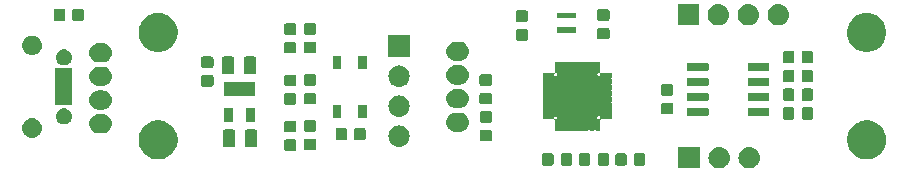
<source format=gts>
G04 #@! TF.GenerationSoftware,KiCad,Pcbnew,(5.1.2)-1*
G04 #@! TF.CreationDate,2021-06-02T21:36:33+09:00*
G04 #@! TF.ProjectId,es,65732e6b-6963-4616-945f-706362585858,v1.3*
G04 #@! TF.SameCoordinates,Original*
G04 #@! TF.FileFunction,Soldermask,Top*
G04 #@! TF.FilePolarity,Negative*
%FSLAX46Y46*%
G04 Gerber Fmt 4.6, Leading zero omitted, Abs format (unit mm)*
G04 Created by KiCad (PCBNEW (5.1.2)-1) date 2021-06-02 21:36:33*
%MOMM*%
%LPD*%
G04 APERTURE LIST*
%ADD10C,0.100000*%
G04 APERTURE END LIST*
D10*
G36*
X192861000Y-93401000D02*
G01*
X191059000Y-93401000D01*
X191059000Y-91599000D01*
X192861000Y-91599000D01*
X192861000Y-93401000D01*
X192861000Y-93401000D01*
G37*
G36*
X194610442Y-91605518D02*
G01*
X194676627Y-91612037D01*
X194846466Y-91663557D01*
X195002991Y-91747222D01*
X195032658Y-91771569D01*
X195140186Y-91859814D01*
X195223448Y-91961271D01*
X195252778Y-91997009D01*
X195336443Y-92153534D01*
X195387963Y-92323373D01*
X195405359Y-92500000D01*
X195387963Y-92676627D01*
X195336443Y-92846466D01*
X195252778Y-93002991D01*
X195234535Y-93025220D01*
X195140186Y-93140186D01*
X195038729Y-93223448D01*
X195002991Y-93252778D01*
X194846466Y-93336443D01*
X194676627Y-93387963D01*
X194610443Y-93394481D01*
X194544260Y-93401000D01*
X194455740Y-93401000D01*
X194389558Y-93394482D01*
X194323373Y-93387963D01*
X194153534Y-93336443D01*
X193997009Y-93252778D01*
X193961271Y-93223448D01*
X193859814Y-93140186D01*
X193765465Y-93025220D01*
X193747222Y-93002991D01*
X193663557Y-92846466D01*
X193612037Y-92676627D01*
X193594641Y-92500000D01*
X193612037Y-92323373D01*
X193663557Y-92153534D01*
X193747222Y-91997009D01*
X193776552Y-91961271D01*
X193859814Y-91859814D01*
X193967342Y-91771569D01*
X193997009Y-91747222D01*
X194153534Y-91663557D01*
X194323373Y-91612037D01*
X194389557Y-91605519D01*
X194455740Y-91599000D01*
X194544260Y-91599000D01*
X194610442Y-91605518D01*
X194610442Y-91605518D01*
G37*
G36*
X197150442Y-91605518D02*
G01*
X197216627Y-91612037D01*
X197386466Y-91663557D01*
X197542991Y-91747222D01*
X197572658Y-91771569D01*
X197680186Y-91859814D01*
X197763448Y-91961271D01*
X197792778Y-91997009D01*
X197876443Y-92153534D01*
X197927963Y-92323373D01*
X197945359Y-92500000D01*
X197927963Y-92676627D01*
X197876443Y-92846466D01*
X197792778Y-93002991D01*
X197774535Y-93025220D01*
X197680186Y-93140186D01*
X197578729Y-93223448D01*
X197542991Y-93252778D01*
X197386466Y-93336443D01*
X197216627Y-93387963D01*
X197150443Y-93394481D01*
X197084260Y-93401000D01*
X196995740Y-93401000D01*
X196929558Y-93394482D01*
X196863373Y-93387963D01*
X196693534Y-93336443D01*
X196537009Y-93252778D01*
X196501271Y-93223448D01*
X196399814Y-93140186D01*
X196305465Y-93025220D01*
X196287222Y-93002991D01*
X196203557Y-92846466D01*
X196152037Y-92676627D01*
X196134641Y-92500000D01*
X196152037Y-92323373D01*
X196203557Y-92153534D01*
X196287222Y-91997009D01*
X196316552Y-91961271D01*
X196399814Y-91859814D01*
X196507342Y-91771569D01*
X196537009Y-91747222D01*
X196693534Y-91663557D01*
X196863373Y-91612037D01*
X196929557Y-91605519D01*
X196995740Y-91599000D01*
X197084260Y-91599000D01*
X197150442Y-91605518D01*
X197150442Y-91605518D01*
G37*
G36*
X188117591Y-92128085D02*
G01*
X188151569Y-92138393D01*
X188182890Y-92155134D01*
X188210339Y-92177661D01*
X188232866Y-92205110D01*
X188249607Y-92236431D01*
X188259915Y-92270409D01*
X188264000Y-92311890D01*
X188264000Y-92988110D01*
X188259915Y-93029591D01*
X188249607Y-93063569D01*
X188232866Y-93094890D01*
X188210339Y-93122339D01*
X188182890Y-93144866D01*
X188151569Y-93161607D01*
X188117591Y-93171915D01*
X188076110Y-93176000D01*
X187474890Y-93176000D01*
X187433409Y-93171915D01*
X187399431Y-93161607D01*
X187368110Y-93144866D01*
X187340661Y-93122339D01*
X187318134Y-93094890D01*
X187301393Y-93063569D01*
X187291085Y-93029591D01*
X187287000Y-92988110D01*
X187287000Y-92311890D01*
X187291085Y-92270409D01*
X187301393Y-92236431D01*
X187318134Y-92205110D01*
X187340661Y-92177661D01*
X187368110Y-92155134D01*
X187399431Y-92138393D01*
X187433409Y-92128085D01*
X187474890Y-92124000D01*
X188076110Y-92124000D01*
X188117591Y-92128085D01*
X188117591Y-92128085D01*
G37*
G36*
X186542591Y-92128085D02*
G01*
X186576569Y-92138393D01*
X186607890Y-92155134D01*
X186635339Y-92177661D01*
X186657866Y-92205110D01*
X186674607Y-92236431D01*
X186684915Y-92270409D01*
X186689000Y-92311890D01*
X186689000Y-92988110D01*
X186684915Y-93029591D01*
X186674607Y-93063569D01*
X186657866Y-93094890D01*
X186635339Y-93122339D01*
X186607890Y-93144866D01*
X186576569Y-93161607D01*
X186542591Y-93171915D01*
X186501110Y-93176000D01*
X185899890Y-93176000D01*
X185858409Y-93171915D01*
X185824431Y-93161607D01*
X185793110Y-93144866D01*
X185765661Y-93122339D01*
X185743134Y-93094890D01*
X185726393Y-93063569D01*
X185716085Y-93029591D01*
X185712000Y-92988110D01*
X185712000Y-92311890D01*
X185716085Y-92270409D01*
X185726393Y-92236431D01*
X185743134Y-92205110D01*
X185765661Y-92177661D01*
X185793110Y-92155134D01*
X185824431Y-92138393D01*
X185858409Y-92128085D01*
X185899890Y-92124000D01*
X186501110Y-92124000D01*
X186542591Y-92128085D01*
X186542591Y-92128085D01*
G37*
G36*
X183466591Y-92128085D02*
G01*
X183500569Y-92138393D01*
X183531890Y-92155134D01*
X183559339Y-92177661D01*
X183581866Y-92205110D01*
X183598607Y-92236431D01*
X183608915Y-92270409D01*
X183613000Y-92311890D01*
X183613000Y-92988110D01*
X183608915Y-93029591D01*
X183598607Y-93063569D01*
X183581866Y-93094890D01*
X183559339Y-93122339D01*
X183531890Y-93144866D01*
X183500569Y-93161607D01*
X183466591Y-93171915D01*
X183425110Y-93176000D01*
X182823890Y-93176000D01*
X182782409Y-93171915D01*
X182748431Y-93161607D01*
X182717110Y-93144866D01*
X182689661Y-93122339D01*
X182667134Y-93094890D01*
X182650393Y-93063569D01*
X182640085Y-93029591D01*
X182636000Y-92988110D01*
X182636000Y-92311890D01*
X182640085Y-92270409D01*
X182650393Y-92236431D01*
X182667134Y-92205110D01*
X182689661Y-92177661D01*
X182717110Y-92155134D01*
X182748431Y-92138393D01*
X182782409Y-92128085D01*
X182823890Y-92124000D01*
X183425110Y-92124000D01*
X183466591Y-92128085D01*
X183466591Y-92128085D01*
G37*
G36*
X185041591Y-92128085D02*
G01*
X185075569Y-92138393D01*
X185106890Y-92155134D01*
X185134339Y-92177661D01*
X185156866Y-92205110D01*
X185173607Y-92236431D01*
X185183915Y-92270409D01*
X185188000Y-92311890D01*
X185188000Y-92988110D01*
X185183915Y-93029591D01*
X185173607Y-93063569D01*
X185156866Y-93094890D01*
X185134339Y-93122339D01*
X185106890Y-93144866D01*
X185075569Y-93161607D01*
X185041591Y-93171915D01*
X185000110Y-93176000D01*
X184398890Y-93176000D01*
X184357409Y-93171915D01*
X184323431Y-93161607D01*
X184292110Y-93144866D01*
X184264661Y-93122339D01*
X184242134Y-93094890D01*
X184225393Y-93063569D01*
X184215085Y-93029591D01*
X184211000Y-92988110D01*
X184211000Y-92311890D01*
X184215085Y-92270409D01*
X184225393Y-92236431D01*
X184242134Y-92205110D01*
X184264661Y-92177661D01*
X184292110Y-92155134D01*
X184323431Y-92138393D01*
X184357409Y-92128085D01*
X184398890Y-92124000D01*
X185000110Y-92124000D01*
X185041591Y-92128085D01*
X185041591Y-92128085D01*
G37*
G36*
X180342591Y-92128085D02*
G01*
X180376569Y-92138393D01*
X180407890Y-92155134D01*
X180435339Y-92177661D01*
X180457866Y-92205110D01*
X180474607Y-92236431D01*
X180484915Y-92270409D01*
X180489000Y-92311890D01*
X180489000Y-92988110D01*
X180484915Y-93029591D01*
X180474607Y-93063569D01*
X180457866Y-93094890D01*
X180435339Y-93122339D01*
X180407890Y-93144866D01*
X180376569Y-93161607D01*
X180342591Y-93171915D01*
X180301110Y-93176000D01*
X179699890Y-93176000D01*
X179658409Y-93171915D01*
X179624431Y-93161607D01*
X179593110Y-93144866D01*
X179565661Y-93122339D01*
X179543134Y-93094890D01*
X179526393Y-93063569D01*
X179516085Y-93029591D01*
X179512000Y-92988110D01*
X179512000Y-92311890D01*
X179516085Y-92270409D01*
X179526393Y-92236431D01*
X179543134Y-92205110D01*
X179565661Y-92177661D01*
X179593110Y-92155134D01*
X179624431Y-92138393D01*
X179658409Y-92128085D01*
X179699890Y-92124000D01*
X180301110Y-92124000D01*
X180342591Y-92128085D01*
X180342591Y-92128085D01*
G37*
G36*
X181917591Y-92128085D02*
G01*
X181951569Y-92138393D01*
X181982890Y-92155134D01*
X182010339Y-92177661D01*
X182032866Y-92205110D01*
X182049607Y-92236431D01*
X182059915Y-92270409D01*
X182064000Y-92311890D01*
X182064000Y-92988110D01*
X182059915Y-93029591D01*
X182049607Y-93063569D01*
X182032866Y-93094890D01*
X182010339Y-93122339D01*
X181982890Y-93144866D01*
X181951569Y-93161607D01*
X181917591Y-93171915D01*
X181876110Y-93176000D01*
X181274890Y-93176000D01*
X181233409Y-93171915D01*
X181199431Y-93161607D01*
X181168110Y-93144866D01*
X181140661Y-93122339D01*
X181118134Y-93094890D01*
X181101393Y-93063569D01*
X181091085Y-93029591D01*
X181087000Y-92988110D01*
X181087000Y-92311890D01*
X181091085Y-92270409D01*
X181101393Y-92236431D01*
X181118134Y-92205110D01*
X181140661Y-92177661D01*
X181168110Y-92155134D01*
X181199431Y-92138393D01*
X181233409Y-92128085D01*
X181274890Y-92124000D01*
X181876110Y-92124000D01*
X181917591Y-92128085D01*
X181917591Y-92128085D01*
G37*
G36*
X207321941Y-89380693D02*
G01*
X207481579Y-89412447D01*
X207692950Y-89500000D01*
X207761995Y-89528599D01*
X207782042Y-89536903D01*
X208052451Y-89717585D01*
X208282415Y-89947549D01*
X208461769Y-90215971D01*
X208463098Y-90217960D01*
X208472463Y-90240569D01*
X208587553Y-90518421D01*
X208608702Y-90624744D01*
X208651000Y-90837389D01*
X208651000Y-91162611D01*
X208619656Y-91320185D01*
X208587553Y-91481579D01*
X208536088Y-91605826D01*
X208465095Y-91777220D01*
X208463097Y-91782042D01*
X208282415Y-92052451D01*
X208052451Y-92282415D01*
X207782042Y-92463097D01*
X207481579Y-92587553D01*
X207375256Y-92608702D01*
X207162611Y-92651000D01*
X206837389Y-92651000D01*
X206624744Y-92608702D01*
X206518421Y-92587553D01*
X206217958Y-92463097D01*
X205947549Y-92282415D01*
X205717585Y-92052451D01*
X205536903Y-91782042D01*
X205534906Y-91777220D01*
X205463912Y-91605826D01*
X205412447Y-91481579D01*
X205380344Y-91320185D01*
X205349000Y-91162611D01*
X205349000Y-90837389D01*
X205391298Y-90624744D01*
X205412447Y-90518421D01*
X205527537Y-90240569D01*
X205536902Y-90217960D01*
X205538231Y-90215971D01*
X205717585Y-89947549D01*
X205947549Y-89717585D01*
X206217958Y-89536903D01*
X206238006Y-89528599D01*
X206307050Y-89500000D01*
X206518421Y-89412447D01*
X206678059Y-89380693D01*
X206837389Y-89349000D01*
X207162611Y-89349000D01*
X207321941Y-89380693D01*
X207321941Y-89380693D01*
G37*
G36*
X147321941Y-89380693D02*
G01*
X147481579Y-89412447D01*
X147692950Y-89500000D01*
X147761995Y-89528599D01*
X147782042Y-89536903D01*
X148052451Y-89717585D01*
X148282415Y-89947549D01*
X148461769Y-90215971D01*
X148463098Y-90217960D01*
X148472463Y-90240569D01*
X148587553Y-90518421D01*
X148608702Y-90624744D01*
X148651000Y-90837389D01*
X148651000Y-91162611D01*
X148619656Y-91320185D01*
X148587553Y-91481579D01*
X148536088Y-91605826D01*
X148465095Y-91777220D01*
X148463097Y-91782042D01*
X148282415Y-92052451D01*
X148052451Y-92282415D01*
X147782042Y-92463097D01*
X147481579Y-92587553D01*
X147375256Y-92608702D01*
X147162611Y-92651000D01*
X146837389Y-92651000D01*
X146624744Y-92608702D01*
X146518421Y-92587553D01*
X146217958Y-92463097D01*
X145947549Y-92282415D01*
X145717585Y-92052451D01*
X145536903Y-91782042D01*
X145534906Y-91777220D01*
X145463912Y-91605826D01*
X145412447Y-91481579D01*
X145380344Y-91320185D01*
X145349000Y-91162611D01*
X145349000Y-90837389D01*
X145391298Y-90624744D01*
X145412447Y-90518421D01*
X145527537Y-90240569D01*
X145536902Y-90217960D01*
X145538231Y-90215971D01*
X145717585Y-89947549D01*
X145947549Y-89717585D01*
X146217958Y-89536903D01*
X146238006Y-89528599D01*
X146307050Y-89500000D01*
X146518421Y-89412447D01*
X146678059Y-89380693D01*
X146837389Y-89349000D01*
X147162611Y-89349000D01*
X147321941Y-89380693D01*
X147321941Y-89380693D01*
G37*
G36*
X158559591Y-90955085D02*
G01*
X158593569Y-90965393D01*
X158624890Y-90982134D01*
X158652339Y-91004661D01*
X158674866Y-91032110D01*
X158691607Y-91063431D01*
X158701915Y-91097409D01*
X158706000Y-91138890D01*
X158706000Y-91740110D01*
X158701915Y-91781591D01*
X158691607Y-91815569D01*
X158674866Y-91846890D01*
X158652339Y-91874339D01*
X158624890Y-91896866D01*
X158593569Y-91913607D01*
X158559591Y-91923915D01*
X158518110Y-91928000D01*
X157841890Y-91928000D01*
X157800409Y-91923915D01*
X157766431Y-91913607D01*
X157735110Y-91896866D01*
X157707661Y-91874339D01*
X157685134Y-91846890D01*
X157668393Y-91815569D01*
X157658085Y-91781591D01*
X157654000Y-91740110D01*
X157654000Y-91138890D01*
X157658085Y-91097409D01*
X157668393Y-91063431D01*
X157685134Y-91032110D01*
X157707661Y-91004661D01*
X157735110Y-90982134D01*
X157766431Y-90965393D01*
X157800409Y-90955085D01*
X157841890Y-90951000D01*
X158518110Y-90951000D01*
X158559591Y-90955085D01*
X158559591Y-90955085D01*
G37*
G36*
X160239591Y-90911085D02*
G01*
X160273569Y-90921393D01*
X160304890Y-90938134D01*
X160332339Y-90960661D01*
X160354866Y-90988110D01*
X160371607Y-91019431D01*
X160381915Y-91053409D01*
X160386000Y-91094890D01*
X160386000Y-91696110D01*
X160381915Y-91737591D01*
X160371607Y-91771569D01*
X160354866Y-91802890D01*
X160332339Y-91830339D01*
X160304890Y-91852866D01*
X160273569Y-91869607D01*
X160239591Y-91879915D01*
X160198110Y-91884000D01*
X159521890Y-91884000D01*
X159480409Y-91879915D01*
X159446431Y-91869607D01*
X159415110Y-91852866D01*
X159387661Y-91830339D01*
X159365134Y-91802890D01*
X159348393Y-91771569D01*
X159338085Y-91737591D01*
X159334000Y-91696110D01*
X159334000Y-91094890D01*
X159338085Y-91053409D01*
X159348393Y-91019431D01*
X159365134Y-90988110D01*
X159387661Y-90960661D01*
X159415110Y-90938134D01*
X159446431Y-90921393D01*
X159480409Y-90911085D01*
X159521890Y-90907000D01*
X160198110Y-90907000D01*
X160239591Y-90911085D01*
X160239591Y-90911085D01*
G37*
G36*
X155249468Y-90113565D02*
G01*
X155288138Y-90125296D01*
X155323777Y-90144346D01*
X155355017Y-90169983D01*
X155380654Y-90201223D01*
X155399704Y-90236862D01*
X155411435Y-90275532D01*
X155416000Y-90321888D01*
X155416000Y-91398112D01*
X155411435Y-91444468D01*
X155399704Y-91483138D01*
X155380654Y-91518777D01*
X155355017Y-91550017D01*
X155323777Y-91575654D01*
X155288138Y-91594704D01*
X155249468Y-91606435D01*
X155203112Y-91611000D01*
X154551888Y-91611000D01*
X154505532Y-91606435D01*
X154466862Y-91594704D01*
X154431223Y-91575654D01*
X154399983Y-91550017D01*
X154374346Y-91518777D01*
X154355296Y-91483138D01*
X154343565Y-91444468D01*
X154339000Y-91398112D01*
X154339000Y-90321888D01*
X154343565Y-90275532D01*
X154355296Y-90236862D01*
X154374346Y-90201223D01*
X154399983Y-90169983D01*
X154431223Y-90144346D01*
X154466862Y-90125296D01*
X154505532Y-90113565D01*
X154551888Y-90109000D01*
X155203112Y-90109000D01*
X155249468Y-90113565D01*
X155249468Y-90113565D01*
G37*
G36*
X153374468Y-90113565D02*
G01*
X153413138Y-90125296D01*
X153448777Y-90144346D01*
X153480017Y-90169983D01*
X153505654Y-90201223D01*
X153524704Y-90236862D01*
X153536435Y-90275532D01*
X153541000Y-90321888D01*
X153541000Y-91398112D01*
X153536435Y-91444468D01*
X153524704Y-91483138D01*
X153505654Y-91518777D01*
X153480017Y-91550017D01*
X153448777Y-91575654D01*
X153413138Y-91594704D01*
X153374468Y-91606435D01*
X153328112Y-91611000D01*
X152676888Y-91611000D01*
X152630532Y-91606435D01*
X152591862Y-91594704D01*
X152556223Y-91575654D01*
X152524983Y-91550017D01*
X152499346Y-91518777D01*
X152480296Y-91483138D01*
X152468565Y-91444468D01*
X152464000Y-91398112D01*
X152464000Y-90321888D01*
X152468565Y-90275532D01*
X152480296Y-90236862D01*
X152499346Y-90201223D01*
X152524983Y-90169983D01*
X152556223Y-90144346D01*
X152591862Y-90125296D01*
X152630532Y-90113565D01*
X152676888Y-90109000D01*
X153328112Y-90109000D01*
X153374468Y-90113565D01*
X153374468Y-90113565D01*
G37*
G36*
X167510443Y-89785519D02*
G01*
X167576627Y-89792037D01*
X167746466Y-89843557D01*
X167902991Y-89927222D01*
X167927759Y-89947549D01*
X168040186Y-90039814D01*
X168110338Y-90125296D01*
X168152778Y-90177009D01*
X168165721Y-90201223D01*
X168213392Y-90290408D01*
X168236443Y-90333534D01*
X168287963Y-90503373D01*
X168305359Y-90680000D01*
X168287963Y-90856627D01*
X168236443Y-91026466D01*
X168152778Y-91182991D01*
X168142717Y-91195250D01*
X168040186Y-91320186D01*
X167949903Y-91394278D01*
X167902991Y-91432778D01*
X167746466Y-91516443D01*
X167576627Y-91567963D01*
X167510442Y-91574482D01*
X167444260Y-91581000D01*
X167355740Y-91581000D01*
X167289558Y-91574482D01*
X167223373Y-91567963D01*
X167053534Y-91516443D01*
X166897009Y-91432778D01*
X166850097Y-91394278D01*
X166759814Y-91320186D01*
X166657283Y-91195250D01*
X166647222Y-91182991D01*
X166563557Y-91026466D01*
X166512037Y-90856627D01*
X166494641Y-90680000D01*
X166512037Y-90503373D01*
X166563557Y-90333534D01*
X166586609Y-90290408D01*
X166634279Y-90201223D01*
X166647222Y-90177009D01*
X166689662Y-90125296D01*
X166759814Y-90039814D01*
X166872241Y-89947549D01*
X166897009Y-89927222D01*
X167053534Y-89843557D01*
X167223373Y-89792037D01*
X167289557Y-89785519D01*
X167355740Y-89779000D01*
X167444260Y-89779000D01*
X167510443Y-89785519D01*
X167510443Y-89785519D01*
G37*
G36*
X175129591Y-90145585D02*
G01*
X175163569Y-90155893D01*
X175194890Y-90172634D01*
X175222339Y-90195161D01*
X175244866Y-90222610D01*
X175261607Y-90253931D01*
X175271915Y-90287909D01*
X175276000Y-90329390D01*
X175276000Y-90930610D01*
X175271915Y-90972091D01*
X175261607Y-91006069D01*
X175244866Y-91037390D01*
X175222339Y-91064839D01*
X175194890Y-91087366D01*
X175163569Y-91104107D01*
X175129591Y-91114415D01*
X175088110Y-91118500D01*
X174411890Y-91118500D01*
X174370409Y-91114415D01*
X174336431Y-91104107D01*
X174305110Y-91087366D01*
X174277661Y-91064839D01*
X174255134Y-91037390D01*
X174238393Y-91006069D01*
X174228085Y-90972091D01*
X174224000Y-90930610D01*
X174224000Y-90329390D01*
X174228085Y-90287909D01*
X174238393Y-90253931D01*
X174255134Y-90222610D01*
X174277661Y-90195161D01*
X174305110Y-90172634D01*
X174336431Y-90155893D01*
X174370409Y-90145585D01*
X174411890Y-90141500D01*
X175088110Y-90141500D01*
X175129591Y-90145585D01*
X175129591Y-90145585D01*
G37*
G36*
X164429591Y-89978085D02*
G01*
X164463569Y-89988393D01*
X164494890Y-90005134D01*
X164522339Y-90027661D01*
X164544866Y-90055110D01*
X164561607Y-90086431D01*
X164571915Y-90120409D01*
X164576000Y-90161890D01*
X164576000Y-90838110D01*
X164571915Y-90879591D01*
X164561607Y-90913569D01*
X164544866Y-90944890D01*
X164522339Y-90972339D01*
X164494890Y-90994866D01*
X164463569Y-91011607D01*
X164429591Y-91021915D01*
X164388110Y-91026000D01*
X163786890Y-91026000D01*
X163745409Y-91021915D01*
X163711431Y-91011607D01*
X163680110Y-90994866D01*
X163652661Y-90972339D01*
X163630134Y-90944890D01*
X163613393Y-90913569D01*
X163603085Y-90879591D01*
X163599000Y-90838110D01*
X163599000Y-90161890D01*
X163603085Y-90120409D01*
X163613393Y-90086431D01*
X163630134Y-90055110D01*
X163652661Y-90027661D01*
X163680110Y-90005134D01*
X163711431Y-89988393D01*
X163745409Y-89978085D01*
X163786890Y-89974000D01*
X164388110Y-89974000D01*
X164429591Y-89978085D01*
X164429591Y-89978085D01*
G37*
G36*
X162854591Y-89978085D02*
G01*
X162888569Y-89988393D01*
X162919890Y-90005134D01*
X162947339Y-90027661D01*
X162969866Y-90055110D01*
X162986607Y-90086431D01*
X162996915Y-90120409D01*
X163001000Y-90161890D01*
X163001000Y-90838110D01*
X162996915Y-90879591D01*
X162986607Y-90913569D01*
X162969866Y-90944890D01*
X162947339Y-90972339D01*
X162919890Y-90994866D01*
X162888569Y-91011607D01*
X162854591Y-91021915D01*
X162813110Y-91026000D01*
X162211890Y-91026000D01*
X162170409Y-91021915D01*
X162136431Y-91011607D01*
X162105110Y-90994866D01*
X162077661Y-90972339D01*
X162055134Y-90944890D01*
X162038393Y-90913569D01*
X162028085Y-90879591D01*
X162024000Y-90838110D01*
X162024000Y-90161890D01*
X162028085Y-90120409D01*
X162038393Y-90086431D01*
X162055134Y-90055110D01*
X162077661Y-90027661D01*
X162105110Y-90005134D01*
X162136431Y-89988393D01*
X162170409Y-89978085D01*
X162211890Y-89974000D01*
X162813110Y-89974000D01*
X162854591Y-89978085D01*
X162854591Y-89978085D01*
G37*
G36*
X136405581Y-89177448D02*
G01*
X136491924Y-89185952D01*
X136647626Y-89233184D01*
X136647628Y-89233185D01*
X136791121Y-89309883D01*
X136916896Y-89413104D01*
X137020117Y-89538879D01*
X137088181Y-89666219D01*
X137096816Y-89682374D01*
X137144048Y-89838076D01*
X137159996Y-90000000D01*
X137144048Y-90161924D01*
X137098572Y-90311836D01*
X137096815Y-90317628D01*
X137020117Y-90461121D01*
X136916896Y-90586896D01*
X136791121Y-90690117D01*
X136647628Y-90766815D01*
X136647626Y-90766816D01*
X136491924Y-90814048D01*
X136431248Y-90820024D01*
X136370574Y-90826000D01*
X136289426Y-90826000D01*
X136228752Y-90820024D01*
X136168076Y-90814048D01*
X136012374Y-90766816D01*
X136012372Y-90766815D01*
X135868879Y-90690117D01*
X135743104Y-90586896D01*
X135639883Y-90461121D01*
X135563185Y-90317628D01*
X135561428Y-90311836D01*
X135515952Y-90161924D01*
X135500004Y-90000000D01*
X135515952Y-89838076D01*
X135563184Y-89682374D01*
X135571819Y-89666219D01*
X135639883Y-89538879D01*
X135743104Y-89413104D01*
X135868879Y-89309883D01*
X136012372Y-89233185D01*
X136012374Y-89233184D01*
X136168076Y-89185952D01*
X136254419Y-89177448D01*
X136289426Y-89174000D01*
X136370574Y-89174000D01*
X136405581Y-89177448D01*
X136405581Y-89177448D01*
G37*
G36*
X142346008Y-88810750D02*
G01*
X142427376Y-88818764D01*
X142580627Y-88865252D01*
X142580630Y-88865253D01*
X142721863Y-88940744D01*
X142845659Y-89042341D01*
X142947256Y-89166137D01*
X143022747Y-89307370D01*
X143022748Y-89307373D01*
X143069236Y-89460624D01*
X143084933Y-89620000D01*
X143069236Y-89779376D01*
X143022748Y-89932627D01*
X143022747Y-89932630D01*
X142947256Y-90073863D01*
X142845659Y-90197659D01*
X142721863Y-90299256D01*
X142580630Y-90374747D01*
X142580627Y-90374748D01*
X142427376Y-90421236D01*
X142347747Y-90429079D01*
X142307934Y-90433000D01*
X141952066Y-90433000D01*
X141912253Y-90429079D01*
X141832624Y-90421236D01*
X141679373Y-90374748D01*
X141679370Y-90374747D01*
X141538137Y-90299256D01*
X141414341Y-90197659D01*
X141312744Y-90073863D01*
X141237253Y-89932630D01*
X141237252Y-89932627D01*
X141190764Y-89779376D01*
X141175067Y-89620000D01*
X141190764Y-89460624D01*
X141237252Y-89307373D01*
X141237253Y-89307370D01*
X141312744Y-89166137D01*
X141414341Y-89042341D01*
X141538137Y-88940744D01*
X141679370Y-88865253D01*
X141679373Y-88865252D01*
X141832624Y-88818764D01*
X141913992Y-88810750D01*
X141952066Y-88807000D01*
X142307934Y-88807000D01*
X142346008Y-88810750D01*
X142346008Y-88810750D01*
G37*
G36*
X158559591Y-89380085D02*
G01*
X158593569Y-89390393D01*
X158624890Y-89407134D01*
X158652339Y-89429661D01*
X158674866Y-89457110D01*
X158691607Y-89488431D01*
X158701915Y-89522409D01*
X158706000Y-89563890D01*
X158706000Y-90165110D01*
X158701915Y-90206591D01*
X158691607Y-90240569D01*
X158674866Y-90271890D01*
X158652339Y-90299339D01*
X158624890Y-90321866D01*
X158593569Y-90338607D01*
X158559591Y-90348915D01*
X158518110Y-90353000D01*
X157841890Y-90353000D01*
X157800409Y-90348915D01*
X157766431Y-90338607D01*
X157735110Y-90321866D01*
X157707661Y-90299339D01*
X157685134Y-90271890D01*
X157668393Y-90240569D01*
X157658085Y-90206591D01*
X157654000Y-90165110D01*
X157654000Y-89563890D01*
X157658085Y-89522409D01*
X157668393Y-89488431D01*
X157685134Y-89457110D01*
X157707661Y-89429661D01*
X157735110Y-89407134D01*
X157766431Y-89390393D01*
X157800409Y-89380085D01*
X157841890Y-89376000D01*
X158518110Y-89376000D01*
X158559591Y-89380085D01*
X158559591Y-89380085D01*
G37*
G36*
X172543934Y-88687591D02*
G01*
X172657376Y-88698764D01*
X172810627Y-88745252D01*
X172810630Y-88745253D01*
X172951863Y-88820744D01*
X173075659Y-88922341D01*
X173177256Y-89046137D01*
X173252747Y-89187370D01*
X173252748Y-89187373D01*
X173299236Y-89340624D01*
X173314933Y-89500000D01*
X173299236Y-89659376D01*
X173258994Y-89792037D01*
X173252747Y-89812630D01*
X173177256Y-89953863D01*
X173075659Y-90077659D01*
X172951863Y-90179256D01*
X172810630Y-90254747D01*
X172810627Y-90254748D01*
X172657376Y-90301236D01*
X172578546Y-90309000D01*
X172537934Y-90313000D01*
X172182066Y-90313000D01*
X172141454Y-90309000D01*
X172062624Y-90301236D01*
X171909373Y-90254748D01*
X171909370Y-90254747D01*
X171768137Y-90179256D01*
X171644341Y-90077659D01*
X171542744Y-89953863D01*
X171467253Y-89812630D01*
X171461006Y-89792037D01*
X171420764Y-89659376D01*
X171405067Y-89500000D01*
X171420764Y-89340624D01*
X171467252Y-89187373D01*
X171467253Y-89187370D01*
X171542744Y-89046137D01*
X171644341Y-88922341D01*
X171768137Y-88820744D01*
X171909370Y-88745253D01*
X171909373Y-88745252D01*
X172062624Y-88698764D01*
X172176066Y-88687591D01*
X172182066Y-88687000D01*
X172537934Y-88687000D01*
X172543934Y-88687591D01*
X172543934Y-88687591D01*
G37*
G36*
X160239591Y-89336085D02*
G01*
X160273569Y-89346393D01*
X160304890Y-89363134D01*
X160332339Y-89385661D01*
X160354866Y-89413110D01*
X160371607Y-89444431D01*
X160381915Y-89478409D01*
X160386000Y-89519890D01*
X160386000Y-90121110D01*
X160381915Y-90162591D01*
X160371607Y-90196569D01*
X160354866Y-90227890D01*
X160332339Y-90255339D01*
X160304890Y-90277866D01*
X160273569Y-90294607D01*
X160239591Y-90304915D01*
X160198110Y-90309000D01*
X159521890Y-90309000D01*
X159480409Y-90304915D01*
X159446431Y-90294607D01*
X159415110Y-90277866D01*
X159387661Y-90255339D01*
X159365134Y-90227890D01*
X159348393Y-90196569D01*
X159338085Y-90162591D01*
X159334000Y-90121110D01*
X159334000Y-89519890D01*
X159338085Y-89478409D01*
X159348393Y-89444431D01*
X159365134Y-89413110D01*
X159387661Y-89385661D01*
X159415110Y-89363134D01*
X159446431Y-89346393D01*
X159480409Y-89336085D01*
X159521890Y-89332000D01*
X160198110Y-89332000D01*
X160239591Y-89336085D01*
X160239591Y-89336085D01*
G37*
G36*
X180905355Y-84375083D02*
G01*
X180910029Y-84376501D01*
X180914330Y-84378800D01*
X180920702Y-84384029D01*
X180941076Y-84397643D01*
X180963715Y-84407020D01*
X180987749Y-84411800D01*
X181012253Y-84411800D01*
X181036286Y-84407019D01*
X181058925Y-84397642D01*
X181079298Y-84384029D01*
X181085670Y-84378800D01*
X181089971Y-84376501D01*
X181094645Y-84375083D01*
X181105641Y-84374000D01*
X181394359Y-84374000D01*
X181405355Y-84375083D01*
X181410029Y-84376501D01*
X181414330Y-84378800D01*
X181420702Y-84384029D01*
X181441076Y-84397643D01*
X181463715Y-84407020D01*
X181487749Y-84411800D01*
X181512253Y-84411800D01*
X181536286Y-84407019D01*
X181558925Y-84397642D01*
X181579298Y-84384029D01*
X181585670Y-84378800D01*
X181589971Y-84376501D01*
X181594645Y-84375083D01*
X181605641Y-84374000D01*
X181894359Y-84374000D01*
X181905355Y-84375083D01*
X181910029Y-84376501D01*
X181914330Y-84378800D01*
X181920702Y-84384029D01*
X181941076Y-84397643D01*
X181963715Y-84407020D01*
X181987749Y-84411800D01*
X182012253Y-84411800D01*
X182036286Y-84407019D01*
X182058925Y-84397642D01*
X182079298Y-84384029D01*
X182085670Y-84378800D01*
X182089971Y-84376501D01*
X182094645Y-84375083D01*
X182105641Y-84374000D01*
X182394359Y-84374000D01*
X182405355Y-84375083D01*
X182410029Y-84376501D01*
X182414330Y-84378800D01*
X182420702Y-84384029D01*
X182441076Y-84397643D01*
X182463715Y-84407020D01*
X182487749Y-84411800D01*
X182512253Y-84411800D01*
X182536286Y-84407019D01*
X182558925Y-84397642D01*
X182579298Y-84384029D01*
X182585670Y-84378800D01*
X182589971Y-84376501D01*
X182594645Y-84375083D01*
X182605641Y-84374000D01*
X182894359Y-84374000D01*
X182905355Y-84375083D01*
X182910029Y-84376501D01*
X182914330Y-84378800D01*
X182920702Y-84384029D01*
X182941076Y-84397643D01*
X182963715Y-84407020D01*
X182987749Y-84411800D01*
X183012253Y-84411800D01*
X183036286Y-84407019D01*
X183058925Y-84397642D01*
X183079298Y-84384029D01*
X183085670Y-84378800D01*
X183089971Y-84376501D01*
X183094645Y-84375083D01*
X183105641Y-84374000D01*
X183394359Y-84374000D01*
X183405355Y-84375083D01*
X183410029Y-84376501D01*
X183414330Y-84378800D01*
X183420702Y-84384029D01*
X183441076Y-84397643D01*
X183463715Y-84407020D01*
X183487749Y-84411800D01*
X183512253Y-84411800D01*
X183536286Y-84407019D01*
X183558925Y-84397642D01*
X183579298Y-84384029D01*
X183585670Y-84378800D01*
X183589971Y-84376501D01*
X183594645Y-84375083D01*
X183605641Y-84374000D01*
X183894359Y-84374000D01*
X183905355Y-84375083D01*
X183910029Y-84376501D01*
X183914330Y-84378800D01*
X183920702Y-84384029D01*
X183941076Y-84397643D01*
X183963715Y-84407020D01*
X183987749Y-84411800D01*
X184012253Y-84411800D01*
X184036286Y-84407019D01*
X184058925Y-84397642D01*
X184079298Y-84384029D01*
X184085670Y-84378800D01*
X184089971Y-84376501D01*
X184094645Y-84375083D01*
X184105641Y-84374000D01*
X184394359Y-84374000D01*
X184405355Y-84375083D01*
X184410029Y-84376501D01*
X184414331Y-84378800D01*
X184418104Y-84381896D01*
X184421200Y-84385669D01*
X184423499Y-84389971D01*
X184424917Y-84394645D01*
X184426000Y-84405641D01*
X184426000Y-85249001D01*
X184428402Y-85273387D01*
X184435515Y-85296836D01*
X184447066Y-85318447D01*
X184462611Y-85337389D01*
X184481553Y-85352934D01*
X184503164Y-85364485D01*
X184526613Y-85371598D01*
X184550999Y-85374000D01*
X185394359Y-85374000D01*
X185405355Y-85375083D01*
X185410029Y-85376501D01*
X185414331Y-85378800D01*
X185418104Y-85381896D01*
X185421200Y-85385669D01*
X185423499Y-85389971D01*
X185424917Y-85394645D01*
X185426000Y-85405641D01*
X185426000Y-85694359D01*
X185424917Y-85705355D01*
X185423499Y-85710029D01*
X185421200Y-85714330D01*
X185415971Y-85720702D01*
X185402357Y-85741076D01*
X185392980Y-85763715D01*
X185388200Y-85787749D01*
X185388200Y-85812253D01*
X185392981Y-85836286D01*
X185402358Y-85858925D01*
X185415971Y-85879298D01*
X185421200Y-85885670D01*
X185423499Y-85889971D01*
X185424917Y-85894645D01*
X185426000Y-85905641D01*
X185426000Y-86194359D01*
X185424917Y-86205355D01*
X185423499Y-86210029D01*
X185421200Y-86214330D01*
X185415971Y-86220702D01*
X185402357Y-86241076D01*
X185392980Y-86263715D01*
X185388200Y-86287749D01*
X185388200Y-86312253D01*
X185392981Y-86336286D01*
X185402358Y-86358925D01*
X185415971Y-86379298D01*
X185421200Y-86385670D01*
X185423499Y-86389971D01*
X185424917Y-86394645D01*
X185426000Y-86405641D01*
X185426000Y-86694359D01*
X185424917Y-86705355D01*
X185423499Y-86710029D01*
X185421200Y-86714330D01*
X185415971Y-86720702D01*
X185402357Y-86741076D01*
X185392980Y-86763715D01*
X185388200Y-86787749D01*
X185388200Y-86812253D01*
X185392981Y-86836286D01*
X185402358Y-86858925D01*
X185415971Y-86879298D01*
X185421200Y-86885670D01*
X185423499Y-86889971D01*
X185424917Y-86894645D01*
X185426000Y-86905641D01*
X185426000Y-87194359D01*
X185424917Y-87205355D01*
X185423499Y-87210029D01*
X185421200Y-87214330D01*
X185415971Y-87220702D01*
X185402357Y-87241076D01*
X185392980Y-87263715D01*
X185388200Y-87287749D01*
X185388200Y-87312253D01*
X185392981Y-87336286D01*
X185402358Y-87358925D01*
X185415971Y-87379298D01*
X185421200Y-87385670D01*
X185423499Y-87389971D01*
X185424917Y-87394645D01*
X185426000Y-87405641D01*
X185426000Y-87694359D01*
X185424917Y-87705355D01*
X185423499Y-87710029D01*
X185421200Y-87714330D01*
X185415971Y-87720702D01*
X185402357Y-87741076D01*
X185392980Y-87763715D01*
X185388200Y-87787749D01*
X185388200Y-87812253D01*
X185392981Y-87836286D01*
X185402358Y-87858925D01*
X185415971Y-87879298D01*
X185421200Y-87885670D01*
X185423499Y-87889971D01*
X185424917Y-87894645D01*
X185426000Y-87905641D01*
X185426000Y-88194359D01*
X185424917Y-88205355D01*
X185423499Y-88210029D01*
X185421200Y-88214330D01*
X185415971Y-88220702D01*
X185402357Y-88241076D01*
X185392980Y-88263715D01*
X185388200Y-88287749D01*
X185388200Y-88312253D01*
X185392981Y-88336286D01*
X185402358Y-88358925D01*
X185415971Y-88379298D01*
X185421200Y-88385670D01*
X185423499Y-88389971D01*
X185424917Y-88394645D01*
X185426000Y-88405641D01*
X185426000Y-88694359D01*
X185424917Y-88705355D01*
X185423499Y-88710029D01*
X185421200Y-88714330D01*
X185415971Y-88720702D01*
X185402357Y-88741076D01*
X185392980Y-88763715D01*
X185388200Y-88787749D01*
X185388200Y-88812253D01*
X185392981Y-88836286D01*
X185402358Y-88858925D01*
X185415971Y-88879298D01*
X185421200Y-88885670D01*
X185423499Y-88889971D01*
X185424917Y-88894645D01*
X185426000Y-88905641D01*
X185426000Y-89194359D01*
X185424917Y-89205355D01*
X185423499Y-89210029D01*
X185421200Y-89214331D01*
X185418104Y-89218104D01*
X185414331Y-89221200D01*
X185410029Y-89223499D01*
X185405355Y-89224917D01*
X185394359Y-89226000D01*
X184550999Y-89226000D01*
X184526613Y-89228402D01*
X184503164Y-89235515D01*
X184481553Y-89247066D01*
X184462611Y-89262611D01*
X184447066Y-89281553D01*
X184435515Y-89303164D01*
X184428402Y-89326613D01*
X184426000Y-89350999D01*
X184426000Y-90194359D01*
X184424917Y-90205355D01*
X184423499Y-90210029D01*
X184421200Y-90214331D01*
X184418104Y-90218104D01*
X184414331Y-90221200D01*
X184410029Y-90223499D01*
X184405355Y-90224917D01*
X184394359Y-90226000D01*
X184105641Y-90226000D01*
X184094645Y-90224917D01*
X184089971Y-90223499D01*
X184085670Y-90221200D01*
X184079298Y-90215971D01*
X184058924Y-90202357D01*
X184036285Y-90192980D01*
X184012251Y-90188200D01*
X183987747Y-90188200D01*
X183963714Y-90192981D01*
X183941075Y-90202358D01*
X183920702Y-90215971D01*
X183914330Y-90221200D01*
X183910029Y-90223499D01*
X183905355Y-90224917D01*
X183894359Y-90226000D01*
X183605641Y-90226000D01*
X183594645Y-90224917D01*
X183589971Y-90223499D01*
X183585670Y-90221200D01*
X183579298Y-90215971D01*
X183558924Y-90202357D01*
X183536285Y-90192980D01*
X183512251Y-90188200D01*
X183487747Y-90188200D01*
X183463714Y-90192981D01*
X183441075Y-90202358D01*
X183420702Y-90215971D01*
X183414330Y-90221200D01*
X183410029Y-90223499D01*
X183405355Y-90224917D01*
X183394359Y-90226000D01*
X183105641Y-90226000D01*
X183094645Y-90224917D01*
X183089971Y-90223499D01*
X183085670Y-90221200D01*
X183079298Y-90215971D01*
X183058924Y-90202357D01*
X183036285Y-90192980D01*
X183012251Y-90188200D01*
X182987747Y-90188200D01*
X182963714Y-90192981D01*
X182941075Y-90202358D01*
X182920702Y-90215971D01*
X182914330Y-90221200D01*
X182910029Y-90223499D01*
X182905355Y-90224917D01*
X182894359Y-90226000D01*
X182605641Y-90226000D01*
X182594645Y-90224917D01*
X182589971Y-90223499D01*
X182585670Y-90221200D01*
X182579298Y-90215971D01*
X182558924Y-90202357D01*
X182536285Y-90192980D01*
X182512251Y-90188200D01*
X182487747Y-90188200D01*
X182463714Y-90192981D01*
X182441075Y-90202358D01*
X182420702Y-90215971D01*
X182414330Y-90221200D01*
X182410029Y-90223499D01*
X182405355Y-90224917D01*
X182394359Y-90226000D01*
X182105641Y-90226000D01*
X182094645Y-90224917D01*
X182089971Y-90223499D01*
X182085670Y-90221200D01*
X182079298Y-90215971D01*
X182058924Y-90202357D01*
X182036285Y-90192980D01*
X182012251Y-90188200D01*
X181987747Y-90188200D01*
X181963714Y-90192981D01*
X181941075Y-90202358D01*
X181920702Y-90215971D01*
X181914330Y-90221200D01*
X181910029Y-90223499D01*
X181905355Y-90224917D01*
X181894359Y-90226000D01*
X181605641Y-90226000D01*
X181594645Y-90224917D01*
X181589971Y-90223499D01*
X181585670Y-90221200D01*
X181579298Y-90215971D01*
X181558924Y-90202357D01*
X181536285Y-90192980D01*
X181512251Y-90188200D01*
X181487747Y-90188200D01*
X181463714Y-90192981D01*
X181441075Y-90202358D01*
X181420702Y-90215971D01*
X181414330Y-90221200D01*
X181410029Y-90223499D01*
X181405355Y-90224917D01*
X181394359Y-90226000D01*
X181105641Y-90226000D01*
X181094645Y-90224917D01*
X181089971Y-90223499D01*
X181085670Y-90221200D01*
X181079298Y-90215971D01*
X181058924Y-90202357D01*
X181036285Y-90192980D01*
X181012251Y-90188200D01*
X180987747Y-90188200D01*
X180963714Y-90192981D01*
X180941075Y-90202358D01*
X180920702Y-90215971D01*
X180914330Y-90221200D01*
X180910029Y-90223499D01*
X180905355Y-90224917D01*
X180894359Y-90226000D01*
X180605641Y-90226000D01*
X180594645Y-90224917D01*
X180589971Y-90223499D01*
X180585669Y-90221200D01*
X180581896Y-90218104D01*
X180578800Y-90214331D01*
X180576501Y-90210029D01*
X180575083Y-90205355D01*
X180574000Y-90194359D01*
X180574000Y-89350999D01*
X180571598Y-89326613D01*
X180564485Y-89303164D01*
X180552934Y-89281553D01*
X180537389Y-89262611D01*
X180518447Y-89247066D01*
X180496836Y-89235515D01*
X180473387Y-89228402D01*
X180449001Y-89226000D01*
X179605641Y-89226000D01*
X179594645Y-89224917D01*
X179589971Y-89223499D01*
X179585669Y-89221200D01*
X179581896Y-89218104D01*
X179578800Y-89214331D01*
X179576501Y-89210029D01*
X179575083Y-89205355D01*
X179574000Y-89194359D01*
X179574000Y-89115801D01*
X180551000Y-89115801D01*
X180551000Y-89124001D01*
X180553402Y-89148387D01*
X180560515Y-89171836D01*
X180572066Y-89193447D01*
X180587611Y-89212389D01*
X180606553Y-89227934D01*
X180628164Y-89239485D01*
X180651613Y-89246598D01*
X180675999Y-89249000D01*
X180684199Y-89249000D01*
X180708585Y-89246598D01*
X180732034Y-89239485D01*
X180753645Y-89227934D01*
X180772587Y-89212389D01*
X180788132Y-89193447D01*
X180799683Y-89171836D01*
X180806796Y-89148387D01*
X180807991Y-89136247D01*
X184191403Y-89136247D01*
X184196183Y-89160281D01*
X184205559Y-89182920D01*
X184219172Y-89203295D01*
X184236498Y-89220623D01*
X184256872Y-89234238D01*
X184279510Y-89243616D01*
X184303543Y-89248398D01*
X184315801Y-89249000D01*
X184324001Y-89249000D01*
X184348387Y-89246598D01*
X184371836Y-89239485D01*
X184393447Y-89227934D01*
X184412389Y-89212389D01*
X184427934Y-89193447D01*
X184439485Y-89171836D01*
X184446598Y-89148387D01*
X184449000Y-89124001D01*
X184449000Y-89115801D01*
X184446598Y-89091415D01*
X184439485Y-89067966D01*
X184427934Y-89046355D01*
X184412389Y-89027413D01*
X184393447Y-89011868D01*
X184371836Y-89000317D01*
X184348387Y-88993204D01*
X184324001Y-88990802D01*
X184299615Y-88993204D01*
X184276166Y-89000317D01*
X184254555Y-89011868D01*
X184235613Y-89027413D01*
X184227382Y-89036496D01*
X184219179Y-89044698D01*
X184205564Y-89065072D01*
X184196186Y-89087710D01*
X184191404Y-89111743D01*
X184191403Y-89136247D01*
X180807991Y-89136247D01*
X180809198Y-89124001D01*
X180806796Y-89099615D01*
X180799683Y-89076166D01*
X180788132Y-89054555D01*
X180772587Y-89035613D01*
X180763504Y-89027382D01*
X180755302Y-89019179D01*
X180734928Y-89005564D01*
X180712290Y-88996186D01*
X180688257Y-88991404D01*
X180663753Y-88991403D01*
X180639719Y-88996183D01*
X180617080Y-89005559D01*
X180596705Y-89019172D01*
X180579377Y-89036498D01*
X180565762Y-89056872D01*
X180556384Y-89079510D01*
X180551602Y-89103543D01*
X180551000Y-89115801D01*
X179574000Y-89115801D01*
X179574000Y-88905641D01*
X179575083Y-88894645D01*
X179576501Y-88889971D01*
X179578800Y-88885670D01*
X179584029Y-88879298D01*
X179597643Y-88858924D01*
X179607020Y-88836285D01*
X179611800Y-88812251D01*
X179611800Y-88787747D01*
X179607019Y-88763714D01*
X179597642Y-88741075D01*
X179584029Y-88720702D01*
X179578800Y-88714330D01*
X179576501Y-88710029D01*
X179575083Y-88705355D01*
X179574000Y-88694359D01*
X179574000Y-88405641D01*
X179575083Y-88394645D01*
X179576501Y-88389971D01*
X179578800Y-88385670D01*
X179584029Y-88379298D01*
X179597643Y-88358924D01*
X179607020Y-88336285D01*
X179611800Y-88312251D01*
X179611800Y-88287747D01*
X179607019Y-88263714D01*
X179597642Y-88241075D01*
X179584029Y-88220702D01*
X179578800Y-88214330D01*
X179576501Y-88210029D01*
X179575083Y-88205355D01*
X179574000Y-88194359D01*
X179574000Y-87905641D01*
X179575083Y-87894645D01*
X179576501Y-87889971D01*
X179578800Y-87885670D01*
X179584029Y-87879298D01*
X179597643Y-87858924D01*
X179607020Y-87836285D01*
X179611800Y-87812251D01*
X179611800Y-87787747D01*
X179607019Y-87763714D01*
X179597642Y-87741075D01*
X179584029Y-87720702D01*
X179578800Y-87714330D01*
X179576501Y-87710029D01*
X179575083Y-87705355D01*
X179574000Y-87694359D01*
X179574000Y-87405641D01*
X179575083Y-87394645D01*
X179576501Y-87389971D01*
X179578800Y-87385670D01*
X179584029Y-87379298D01*
X179597643Y-87358924D01*
X179607020Y-87336285D01*
X179611800Y-87312251D01*
X179611800Y-87287747D01*
X179607019Y-87263714D01*
X179597642Y-87241075D01*
X179584029Y-87220702D01*
X179578800Y-87214330D01*
X179576501Y-87210029D01*
X179575083Y-87205355D01*
X179574000Y-87194359D01*
X179574000Y-86905641D01*
X179575083Y-86894645D01*
X179576501Y-86889971D01*
X179578800Y-86885670D01*
X179584029Y-86879298D01*
X179597643Y-86858924D01*
X179607020Y-86836285D01*
X179611800Y-86812251D01*
X179611800Y-86787747D01*
X179607019Y-86763714D01*
X179597642Y-86741075D01*
X179584029Y-86720702D01*
X179578800Y-86714330D01*
X179576501Y-86710029D01*
X179575083Y-86705355D01*
X179574000Y-86694359D01*
X179574000Y-86405641D01*
X179575083Y-86394645D01*
X179576501Y-86389971D01*
X179578800Y-86385670D01*
X179584029Y-86379298D01*
X179597643Y-86358924D01*
X179607020Y-86336285D01*
X179611800Y-86312251D01*
X179611800Y-86287747D01*
X179607019Y-86263714D01*
X179597642Y-86241075D01*
X179584029Y-86220702D01*
X179578800Y-86214330D01*
X179576501Y-86210029D01*
X179575083Y-86205355D01*
X179574000Y-86194359D01*
X179574000Y-85905641D01*
X179575083Y-85894645D01*
X179576501Y-85889971D01*
X179578800Y-85885670D01*
X179584029Y-85879298D01*
X179597643Y-85858924D01*
X179607020Y-85836285D01*
X179611800Y-85812251D01*
X179611800Y-85787747D01*
X179607019Y-85763714D01*
X179597642Y-85741075D01*
X179584029Y-85720702D01*
X179578800Y-85714330D01*
X179576501Y-85710029D01*
X179575083Y-85705355D01*
X179574000Y-85694359D01*
X179574000Y-85475999D01*
X180551000Y-85475999D01*
X180551000Y-85484199D01*
X180553402Y-85508585D01*
X180560515Y-85532034D01*
X180572066Y-85553645D01*
X180587611Y-85572587D01*
X180606553Y-85588132D01*
X180628164Y-85599683D01*
X180651613Y-85606796D01*
X180675999Y-85609198D01*
X180700385Y-85606796D01*
X180723834Y-85599683D01*
X180745445Y-85588132D01*
X180764387Y-85572587D01*
X180772620Y-85563502D01*
X180780821Y-85555302D01*
X180794436Y-85534928D01*
X180803814Y-85512290D01*
X180808596Y-85488257D01*
X180808596Y-85475999D01*
X184190802Y-85475999D01*
X184193204Y-85500385D01*
X184200317Y-85523834D01*
X184211868Y-85545445D01*
X184227413Y-85564387D01*
X184236496Y-85572618D01*
X184244698Y-85580821D01*
X184265072Y-85594436D01*
X184287710Y-85603814D01*
X184311743Y-85608596D01*
X184336247Y-85608597D01*
X184360281Y-85603817D01*
X184382920Y-85594441D01*
X184403295Y-85580828D01*
X184420623Y-85563502D01*
X184434238Y-85543128D01*
X184443616Y-85520490D01*
X184448398Y-85496457D01*
X184449000Y-85484199D01*
X184449000Y-85475999D01*
X184446598Y-85451613D01*
X184439485Y-85428164D01*
X184427934Y-85406553D01*
X184412389Y-85387611D01*
X184393447Y-85372066D01*
X184371836Y-85360515D01*
X184348387Y-85353402D01*
X184324001Y-85351000D01*
X184315801Y-85351000D01*
X184291415Y-85353402D01*
X184267966Y-85360515D01*
X184246355Y-85372066D01*
X184227413Y-85387611D01*
X184211868Y-85406553D01*
X184200317Y-85428164D01*
X184193204Y-85451613D01*
X184190802Y-85475999D01*
X180808596Y-85475999D01*
X180808597Y-85463753D01*
X180803817Y-85439719D01*
X180794441Y-85417080D01*
X180780828Y-85396705D01*
X180763502Y-85379377D01*
X180743128Y-85365762D01*
X180720490Y-85356384D01*
X180696457Y-85351602D01*
X180684199Y-85351000D01*
X180675999Y-85351000D01*
X180651613Y-85353402D01*
X180628164Y-85360515D01*
X180606553Y-85372066D01*
X180587611Y-85387611D01*
X180572066Y-85406553D01*
X180560515Y-85428164D01*
X180553402Y-85451613D01*
X180551000Y-85475999D01*
X179574000Y-85475999D01*
X179574000Y-85405641D01*
X179575083Y-85394645D01*
X179576501Y-85389971D01*
X179578800Y-85385669D01*
X179581896Y-85381896D01*
X179585669Y-85378800D01*
X179589971Y-85376501D01*
X179594645Y-85375083D01*
X179605641Y-85374000D01*
X180449001Y-85374000D01*
X180473387Y-85371598D01*
X180496836Y-85364485D01*
X180518447Y-85352934D01*
X180537389Y-85337389D01*
X180552934Y-85318447D01*
X180564485Y-85296836D01*
X180571598Y-85273387D01*
X180574000Y-85249001D01*
X180574000Y-84405641D01*
X180575083Y-84394645D01*
X180576501Y-84389971D01*
X180578800Y-84385669D01*
X180581896Y-84381896D01*
X180585669Y-84378800D01*
X180589971Y-84376501D01*
X180594645Y-84375083D01*
X180605641Y-84374000D01*
X180894359Y-84374000D01*
X180905355Y-84375083D01*
X180905355Y-84375083D01*
G37*
G36*
X139162517Y-88333781D02*
G01*
X139289946Y-88372436D01*
X139407383Y-88435208D01*
X139510317Y-88519683D01*
X139594792Y-88622617D01*
X139657564Y-88740054D01*
X139696219Y-88867483D01*
X139709270Y-89000000D01*
X139696219Y-89132517D01*
X139657564Y-89259946D01*
X139594792Y-89377383D01*
X139510317Y-89480317D01*
X139407383Y-89564792D01*
X139289946Y-89627564D01*
X139162517Y-89666219D01*
X139063205Y-89676000D01*
X138996795Y-89676000D01*
X138897483Y-89666219D01*
X138770054Y-89627564D01*
X138652617Y-89564792D01*
X138549683Y-89480317D01*
X138465208Y-89377383D01*
X138402436Y-89259946D01*
X138363781Y-89132517D01*
X138350730Y-89000000D01*
X138363781Y-88867483D01*
X138402436Y-88740054D01*
X138465208Y-88622617D01*
X138549683Y-88519683D01*
X138652617Y-88435208D01*
X138770054Y-88372436D01*
X138897483Y-88333781D01*
X138996795Y-88324000D01*
X139063205Y-88324000D01*
X139162517Y-88333781D01*
X139162517Y-88333781D01*
G37*
G36*
X175129591Y-88570585D02*
G01*
X175163569Y-88580893D01*
X175194890Y-88597634D01*
X175222339Y-88620161D01*
X175244866Y-88647610D01*
X175261607Y-88678931D01*
X175271915Y-88712909D01*
X175276000Y-88754390D01*
X175276000Y-89355610D01*
X175271915Y-89397091D01*
X175261607Y-89431069D01*
X175244866Y-89462390D01*
X175222339Y-89489839D01*
X175194890Y-89512366D01*
X175163569Y-89529107D01*
X175129591Y-89539415D01*
X175088110Y-89543500D01*
X174411890Y-89543500D01*
X174370409Y-89539415D01*
X174336431Y-89529107D01*
X174305110Y-89512366D01*
X174277661Y-89489839D01*
X174255134Y-89462390D01*
X174238393Y-89431069D01*
X174228085Y-89397091D01*
X174224000Y-89355610D01*
X174224000Y-88754390D01*
X174228085Y-88712909D01*
X174238393Y-88678931D01*
X174255134Y-88647610D01*
X174277661Y-88620161D01*
X174305110Y-88597634D01*
X174336431Y-88580893D01*
X174370409Y-88570585D01*
X174411890Y-88566500D01*
X175088110Y-88566500D01*
X175129591Y-88570585D01*
X175129591Y-88570585D01*
G37*
G36*
X155226000Y-89471000D02*
G01*
X154474000Y-89471000D01*
X154474000Y-88309000D01*
X155226000Y-88309000D01*
X155226000Y-89471000D01*
X155226000Y-89471000D01*
G37*
G36*
X153326000Y-89471000D02*
G01*
X152574000Y-89471000D01*
X152574000Y-88309000D01*
X153326000Y-88309000D01*
X153326000Y-89471000D01*
X153326000Y-89471000D01*
G37*
G36*
X200736591Y-88238085D02*
G01*
X200770569Y-88248393D01*
X200801890Y-88265134D01*
X200829339Y-88287661D01*
X200851866Y-88315110D01*
X200868607Y-88346431D01*
X200878915Y-88380409D01*
X200883000Y-88421890D01*
X200883000Y-89098110D01*
X200878915Y-89139591D01*
X200868607Y-89173569D01*
X200851866Y-89204890D01*
X200829339Y-89232339D01*
X200801890Y-89254866D01*
X200770569Y-89271607D01*
X200736591Y-89281915D01*
X200695110Y-89286000D01*
X200093890Y-89286000D01*
X200052409Y-89281915D01*
X200018431Y-89271607D01*
X199987110Y-89254866D01*
X199959661Y-89232339D01*
X199937134Y-89204890D01*
X199920393Y-89173569D01*
X199910085Y-89139591D01*
X199906000Y-89098110D01*
X199906000Y-88421890D01*
X199910085Y-88380409D01*
X199920393Y-88346431D01*
X199937134Y-88315110D01*
X199959661Y-88287661D01*
X199987110Y-88265134D01*
X200018431Y-88248393D01*
X200052409Y-88238085D01*
X200093890Y-88234000D01*
X200695110Y-88234000D01*
X200736591Y-88238085D01*
X200736591Y-88238085D01*
G37*
G36*
X202311591Y-88238085D02*
G01*
X202345569Y-88248393D01*
X202376890Y-88265134D01*
X202404339Y-88287661D01*
X202426866Y-88315110D01*
X202443607Y-88346431D01*
X202453915Y-88380409D01*
X202458000Y-88421890D01*
X202458000Y-89098110D01*
X202453915Y-89139591D01*
X202443607Y-89173569D01*
X202426866Y-89204890D01*
X202404339Y-89232339D01*
X202376890Y-89254866D01*
X202345569Y-89271607D01*
X202311591Y-89281915D01*
X202270110Y-89286000D01*
X201668890Y-89286000D01*
X201627409Y-89281915D01*
X201593431Y-89271607D01*
X201562110Y-89254866D01*
X201534661Y-89232339D01*
X201512134Y-89204890D01*
X201495393Y-89173569D01*
X201485085Y-89139591D01*
X201481000Y-89098110D01*
X201481000Y-88421890D01*
X201485085Y-88380409D01*
X201495393Y-88346431D01*
X201512134Y-88315110D01*
X201534661Y-88287661D01*
X201562110Y-88265134D01*
X201593431Y-88248393D01*
X201627409Y-88238085D01*
X201668890Y-88234000D01*
X202270110Y-88234000D01*
X202311591Y-88238085D01*
X202311591Y-88238085D01*
G37*
G36*
X164676000Y-89176000D02*
G01*
X163924000Y-89176000D01*
X163924000Y-88024000D01*
X164676000Y-88024000D01*
X164676000Y-89176000D01*
X164676000Y-89176000D01*
G37*
G36*
X162526000Y-89176000D02*
G01*
X161774000Y-89176000D01*
X161774000Y-88024000D01*
X162526000Y-88024000D01*
X162526000Y-89176000D01*
X162526000Y-89176000D01*
G37*
G36*
X167501188Y-87244607D02*
G01*
X167576627Y-87252037D01*
X167746466Y-87303557D01*
X167902991Y-87387222D01*
X167919779Y-87401000D01*
X168040186Y-87499814D01*
X168114566Y-87590448D01*
X168152778Y-87637009D01*
X168236443Y-87793534D01*
X168287963Y-87963373D01*
X168305359Y-88140000D01*
X168287963Y-88316627D01*
X168238935Y-88478250D01*
X168236442Y-88486468D01*
X168194611Y-88564728D01*
X168152778Y-88642991D01*
X168129237Y-88671676D01*
X168040186Y-88780186D01*
X167946757Y-88856860D01*
X167902991Y-88892778D01*
X167746466Y-88976443D01*
X167576627Y-89027963D01*
X167510442Y-89034482D01*
X167444260Y-89041000D01*
X167355740Y-89041000D01*
X167289558Y-89034482D01*
X167223373Y-89027963D01*
X167053534Y-88976443D01*
X166897009Y-88892778D01*
X166853243Y-88856860D01*
X166759814Y-88780186D01*
X166670763Y-88671676D01*
X166647222Y-88642991D01*
X166605389Y-88564728D01*
X166563558Y-88486468D01*
X166561065Y-88478250D01*
X166512037Y-88316627D01*
X166494641Y-88140000D01*
X166512037Y-87963373D01*
X166563557Y-87793534D01*
X166647222Y-87637009D01*
X166685434Y-87590448D01*
X166759814Y-87499814D01*
X166880221Y-87401000D01*
X166897009Y-87387222D01*
X167053534Y-87303557D01*
X167223373Y-87252037D01*
X167298812Y-87244607D01*
X167355740Y-87239000D01*
X167444260Y-87239000D01*
X167501188Y-87244607D01*
X167501188Y-87244607D01*
G37*
G36*
X193519928Y-88276764D02*
G01*
X193541009Y-88283160D01*
X193560445Y-88293548D01*
X193577476Y-88307524D01*
X193591452Y-88324555D01*
X193601840Y-88343991D01*
X193608236Y-88365072D01*
X193611000Y-88393140D01*
X193611000Y-88856860D01*
X193608236Y-88884928D01*
X193601840Y-88906009D01*
X193591452Y-88925445D01*
X193577476Y-88942476D01*
X193560445Y-88956452D01*
X193541009Y-88966840D01*
X193519928Y-88973236D01*
X193491860Y-88976000D01*
X191878140Y-88976000D01*
X191850072Y-88973236D01*
X191828991Y-88966840D01*
X191809555Y-88956452D01*
X191792524Y-88942476D01*
X191778548Y-88925445D01*
X191768160Y-88906009D01*
X191761764Y-88884928D01*
X191759000Y-88856860D01*
X191759000Y-88393140D01*
X191761764Y-88365072D01*
X191768160Y-88343991D01*
X191778548Y-88324555D01*
X191792524Y-88307524D01*
X191809555Y-88293548D01*
X191828991Y-88283160D01*
X191850072Y-88276764D01*
X191878140Y-88274000D01*
X193491860Y-88274000D01*
X193519928Y-88276764D01*
X193519928Y-88276764D01*
G37*
G36*
X198669928Y-88276764D02*
G01*
X198691009Y-88283160D01*
X198710445Y-88293548D01*
X198727476Y-88307524D01*
X198741452Y-88324555D01*
X198751840Y-88343991D01*
X198758236Y-88365072D01*
X198761000Y-88393140D01*
X198761000Y-88856860D01*
X198758236Y-88884928D01*
X198751840Y-88906009D01*
X198741452Y-88925445D01*
X198727476Y-88942476D01*
X198710445Y-88956452D01*
X198691009Y-88966840D01*
X198669928Y-88973236D01*
X198641860Y-88976000D01*
X197028140Y-88976000D01*
X197000072Y-88973236D01*
X196978991Y-88966840D01*
X196959555Y-88956452D01*
X196942524Y-88942476D01*
X196928548Y-88925445D01*
X196918160Y-88906009D01*
X196911764Y-88884928D01*
X196909000Y-88856860D01*
X196909000Y-88393140D01*
X196911764Y-88365072D01*
X196918160Y-88343991D01*
X196928548Y-88324555D01*
X196942524Y-88307524D01*
X196959555Y-88293548D01*
X196978991Y-88283160D01*
X197000072Y-88276764D01*
X197028140Y-88274000D01*
X198641860Y-88274000D01*
X198669928Y-88276764D01*
X198669928Y-88276764D01*
G37*
G36*
X190489591Y-87861085D02*
G01*
X190523569Y-87871393D01*
X190554890Y-87888134D01*
X190582339Y-87910661D01*
X190604866Y-87938110D01*
X190621607Y-87969431D01*
X190631915Y-88003409D01*
X190636000Y-88044890D01*
X190636000Y-88646110D01*
X190631915Y-88687591D01*
X190621607Y-88721569D01*
X190604866Y-88752890D01*
X190582339Y-88780339D01*
X190554890Y-88802866D01*
X190523569Y-88819607D01*
X190489591Y-88829915D01*
X190448110Y-88834000D01*
X189771890Y-88834000D01*
X189730409Y-88829915D01*
X189696431Y-88819607D01*
X189665110Y-88802866D01*
X189637661Y-88780339D01*
X189615134Y-88752890D01*
X189598393Y-88721569D01*
X189588085Y-88687591D01*
X189584000Y-88646110D01*
X189584000Y-88044890D01*
X189588085Y-88003409D01*
X189598393Y-87969431D01*
X189615134Y-87938110D01*
X189637661Y-87910661D01*
X189665110Y-87888134D01*
X189696431Y-87871393D01*
X189730409Y-87861085D01*
X189771890Y-87857000D01*
X190448110Y-87857000D01*
X190489591Y-87861085D01*
X190489591Y-87861085D01*
G37*
G36*
X142347747Y-86810921D02*
G01*
X142427376Y-86818764D01*
X142580627Y-86865252D01*
X142580630Y-86865253D01*
X142721863Y-86940744D01*
X142845659Y-87042341D01*
X142947256Y-87166137D01*
X143022747Y-87307370D01*
X143022748Y-87307373D01*
X143069236Y-87460624D01*
X143084933Y-87620000D01*
X143069236Y-87779376D01*
X143027522Y-87916890D01*
X143022747Y-87932630D01*
X142947256Y-88073863D01*
X142845659Y-88197659D01*
X142721863Y-88299256D01*
X142580630Y-88374747D01*
X142580627Y-88374748D01*
X142427376Y-88421236D01*
X142347747Y-88429079D01*
X142307934Y-88433000D01*
X141952066Y-88433000D01*
X141912253Y-88429079D01*
X141832624Y-88421236D01*
X141679373Y-88374748D01*
X141679370Y-88374747D01*
X141538137Y-88299256D01*
X141414341Y-88197659D01*
X141312744Y-88073863D01*
X141237253Y-87932630D01*
X141232478Y-87916890D01*
X141190764Y-87779376D01*
X141175067Y-87620000D01*
X141190764Y-87460624D01*
X141237252Y-87307373D01*
X141237253Y-87307370D01*
X141312744Y-87166137D01*
X141414341Y-87042341D01*
X141538137Y-86940744D01*
X141679370Y-86865253D01*
X141679373Y-86865252D01*
X141832624Y-86818764D01*
X141912253Y-86810921D01*
X141952066Y-86807000D01*
X142307934Y-86807000D01*
X142347747Y-86810921D01*
X142347747Y-86810921D01*
G37*
G36*
X172577747Y-86690921D02*
G01*
X172657376Y-86698764D01*
X172810627Y-86745252D01*
X172810630Y-86745253D01*
X172951863Y-86820744D01*
X173075659Y-86922341D01*
X173177256Y-87046137D01*
X173252747Y-87187370D01*
X173252748Y-87187373D01*
X173299236Y-87340624D01*
X173314933Y-87500000D01*
X173299236Y-87659376D01*
X173252862Y-87812251D01*
X173252747Y-87812630D01*
X173177256Y-87953863D01*
X173075659Y-88077659D01*
X172951863Y-88179256D01*
X172810630Y-88254747D01*
X172810627Y-88254748D01*
X172657376Y-88301236D01*
X172593532Y-88307524D01*
X172537934Y-88313000D01*
X172182066Y-88313000D01*
X172126468Y-88307524D01*
X172062624Y-88301236D01*
X171909373Y-88254748D01*
X171909370Y-88254747D01*
X171768137Y-88179256D01*
X171644341Y-88077659D01*
X171542744Y-87953863D01*
X171467253Y-87812630D01*
X171467138Y-87812251D01*
X171420764Y-87659376D01*
X171405067Y-87500000D01*
X171420764Y-87340624D01*
X171467252Y-87187373D01*
X171467253Y-87187370D01*
X171542744Y-87046137D01*
X171644341Y-86922341D01*
X171768137Y-86820744D01*
X171909370Y-86745253D01*
X171909373Y-86745252D01*
X172062624Y-86698764D01*
X172142253Y-86690921D01*
X172182066Y-86687000D01*
X172537934Y-86687000D01*
X172577747Y-86690921D01*
X172577747Y-86690921D01*
G37*
G36*
X139756000Y-88051000D02*
G01*
X138304000Y-88051000D01*
X138304000Y-84949000D01*
X139756000Y-84949000D01*
X139756000Y-88051000D01*
X139756000Y-88051000D01*
G37*
G36*
X158559591Y-87045085D02*
G01*
X158593569Y-87055393D01*
X158624890Y-87072134D01*
X158652339Y-87094661D01*
X158674866Y-87122110D01*
X158691607Y-87153431D01*
X158701915Y-87187409D01*
X158706000Y-87228890D01*
X158706000Y-87830110D01*
X158701915Y-87871591D01*
X158691607Y-87905569D01*
X158674866Y-87936890D01*
X158652339Y-87964339D01*
X158624890Y-87986866D01*
X158593569Y-88003607D01*
X158559591Y-88013915D01*
X158518110Y-88018000D01*
X157841890Y-88018000D01*
X157800409Y-88013915D01*
X157766431Y-88003607D01*
X157735110Y-87986866D01*
X157707661Y-87964339D01*
X157685134Y-87936890D01*
X157668393Y-87905569D01*
X157658085Y-87871591D01*
X157654000Y-87830110D01*
X157654000Y-87228890D01*
X157658085Y-87187409D01*
X157668393Y-87153431D01*
X157685134Y-87122110D01*
X157707661Y-87094661D01*
X157735110Y-87072134D01*
X157766431Y-87055393D01*
X157800409Y-87045085D01*
X157841890Y-87041000D01*
X158518110Y-87041000D01*
X158559591Y-87045085D01*
X158559591Y-87045085D01*
G37*
G36*
X160239591Y-87025085D02*
G01*
X160273569Y-87035393D01*
X160304890Y-87052134D01*
X160332339Y-87074661D01*
X160354866Y-87102110D01*
X160371607Y-87133431D01*
X160381915Y-87167409D01*
X160386000Y-87208890D01*
X160386000Y-87810110D01*
X160381915Y-87851591D01*
X160371607Y-87885569D01*
X160354866Y-87916890D01*
X160332339Y-87944339D01*
X160304890Y-87966866D01*
X160273569Y-87983607D01*
X160239591Y-87993915D01*
X160198110Y-87998000D01*
X159521890Y-87998000D01*
X159480409Y-87993915D01*
X159446431Y-87983607D01*
X159415110Y-87966866D01*
X159387661Y-87944339D01*
X159365134Y-87916890D01*
X159348393Y-87885569D01*
X159338085Y-87851591D01*
X159334000Y-87810110D01*
X159334000Y-87208890D01*
X159338085Y-87167409D01*
X159348393Y-87133431D01*
X159365134Y-87102110D01*
X159387661Y-87074661D01*
X159415110Y-87052134D01*
X159446431Y-87035393D01*
X159480409Y-87025085D01*
X159521890Y-87021000D01*
X160198110Y-87021000D01*
X160239591Y-87025085D01*
X160239591Y-87025085D01*
G37*
G36*
X175119591Y-87013085D02*
G01*
X175153569Y-87023393D01*
X175184890Y-87040134D01*
X175212339Y-87062661D01*
X175234866Y-87090110D01*
X175251607Y-87121431D01*
X175261915Y-87155409D01*
X175266000Y-87196890D01*
X175266000Y-87798110D01*
X175261915Y-87839591D01*
X175251607Y-87873569D01*
X175234866Y-87904890D01*
X175212339Y-87932339D01*
X175184890Y-87954866D01*
X175153569Y-87971607D01*
X175119591Y-87981915D01*
X175078110Y-87986000D01*
X174401890Y-87986000D01*
X174360409Y-87981915D01*
X174326431Y-87971607D01*
X174295110Y-87954866D01*
X174267661Y-87932339D01*
X174245134Y-87904890D01*
X174228393Y-87873569D01*
X174218085Y-87839591D01*
X174214000Y-87798110D01*
X174214000Y-87196890D01*
X174218085Y-87155409D01*
X174228393Y-87121431D01*
X174245134Y-87090110D01*
X174267661Y-87062661D01*
X174295110Y-87040134D01*
X174326431Y-87023393D01*
X174360409Y-87013085D01*
X174401890Y-87009000D01*
X175078110Y-87009000D01*
X175119591Y-87013085D01*
X175119591Y-87013085D01*
G37*
G36*
X193519928Y-87006764D02*
G01*
X193541009Y-87013160D01*
X193560445Y-87023548D01*
X193577476Y-87037524D01*
X193591452Y-87054555D01*
X193601840Y-87073991D01*
X193608236Y-87095072D01*
X193611000Y-87123140D01*
X193611000Y-87586860D01*
X193608236Y-87614928D01*
X193601840Y-87636009D01*
X193591452Y-87655445D01*
X193577476Y-87672476D01*
X193560445Y-87686452D01*
X193541009Y-87696840D01*
X193519928Y-87703236D01*
X193491860Y-87706000D01*
X191878140Y-87706000D01*
X191850072Y-87703236D01*
X191828991Y-87696840D01*
X191809555Y-87686452D01*
X191792524Y-87672476D01*
X191778548Y-87655445D01*
X191768160Y-87636009D01*
X191761764Y-87614928D01*
X191759000Y-87586860D01*
X191759000Y-87123140D01*
X191761764Y-87095072D01*
X191768160Y-87073991D01*
X191778548Y-87054555D01*
X191792524Y-87037524D01*
X191809555Y-87023548D01*
X191828991Y-87013160D01*
X191850072Y-87006764D01*
X191878140Y-87004000D01*
X193491860Y-87004000D01*
X193519928Y-87006764D01*
X193519928Y-87006764D01*
G37*
G36*
X198669928Y-87006764D02*
G01*
X198691009Y-87013160D01*
X198710445Y-87023548D01*
X198727476Y-87037524D01*
X198741452Y-87054555D01*
X198751840Y-87073991D01*
X198758236Y-87095072D01*
X198761000Y-87123140D01*
X198761000Y-87586860D01*
X198758236Y-87614928D01*
X198751840Y-87636009D01*
X198741452Y-87655445D01*
X198727476Y-87672476D01*
X198710445Y-87686452D01*
X198691009Y-87696840D01*
X198669928Y-87703236D01*
X198641860Y-87706000D01*
X197028140Y-87706000D01*
X197000072Y-87703236D01*
X196978991Y-87696840D01*
X196959555Y-87686452D01*
X196942524Y-87672476D01*
X196928548Y-87655445D01*
X196918160Y-87636009D01*
X196911764Y-87614928D01*
X196909000Y-87586860D01*
X196909000Y-87123140D01*
X196911764Y-87095072D01*
X196918160Y-87073991D01*
X196928548Y-87054555D01*
X196942524Y-87037524D01*
X196959555Y-87023548D01*
X196978991Y-87013160D01*
X197000072Y-87006764D01*
X197028140Y-87004000D01*
X198641860Y-87004000D01*
X198669928Y-87006764D01*
X198669928Y-87006764D01*
G37*
G36*
X200736591Y-86651085D02*
G01*
X200770569Y-86661393D01*
X200801890Y-86678134D01*
X200829339Y-86700661D01*
X200851866Y-86728110D01*
X200868607Y-86759431D01*
X200878915Y-86793409D01*
X200883000Y-86834890D01*
X200883000Y-87511110D01*
X200878915Y-87552591D01*
X200868607Y-87586569D01*
X200851866Y-87617890D01*
X200829339Y-87645339D01*
X200801890Y-87667866D01*
X200770569Y-87684607D01*
X200736591Y-87694915D01*
X200695110Y-87699000D01*
X200093890Y-87699000D01*
X200052409Y-87694915D01*
X200018431Y-87684607D01*
X199987110Y-87667866D01*
X199959661Y-87645339D01*
X199937134Y-87617890D01*
X199920393Y-87586569D01*
X199910085Y-87552591D01*
X199906000Y-87511110D01*
X199906000Y-86834890D01*
X199910085Y-86793409D01*
X199920393Y-86759431D01*
X199937134Y-86728110D01*
X199959661Y-86700661D01*
X199987110Y-86678134D01*
X200018431Y-86661393D01*
X200052409Y-86651085D01*
X200093890Y-86647000D01*
X200695110Y-86647000D01*
X200736591Y-86651085D01*
X200736591Y-86651085D01*
G37*
G36*
X202311591Y-86651085D02*
G01*
X202345569Y-86661393D01*
X202376890Y-86678134D01*
X202404339Y-86700661D01*
X202426866Y-86728110D01*
X202443607Y-86759431D01*
X202453915Y-86793409D01*
X202458000Y-86834890D01*
X202458000Y-87511110D01*
X202453915Y-87552591D01*
X202443607Y-87586569D01*
X202426866Y-87617890D01*
X202404339Y-87645339D01*
X202376890Y-87667866D01*
X202345569Y-87684607D01*
X202311591Y-87694915D01*
X202270110Y-87699000D01*
X201668890Y-87699000D01*
X201627409Y-87694915D01*
X201593431Y-87684607D01*
X201562110Y-87667866D01*
X201534661Y-87645339D01*
X201512134Y-87617890D01*
X201495393Y-87586569D01*
X201485085Y-87552591D01*
X201481000Y-87511110D01*
X201481000Y-86834890D01*
X201485085Y-86793409D01*
X201495393Y-86759431D01*
X201512134Y-86728110D01*
X201534661Y-86700661D01*
X201562110Y-86678134D01*
X201593431Y-86661393D01*
X201627409Y-86651085D01*
X201668890Y-86647000D01*
X202270110Y-86647000D01*
X202311591Y-86651085D01*
X202311591Y-86651085D01*
G37*
G36*
X155226000Y-87271000D02*
G01*
X152574000Y-87271000D01*
X152574000Y-86109000D01*
X155226000Y-86109000D01*
X155226000Y-87271000D01*
X155226000Y-87271000D01*
G37*
G36*
X190489591Y-86286085D02*
G01*
X190523569Y-86296393D01*
X190554890Y-86313134D01*
X190582339Y-86335661D01*
X190604866Y-86363110D01*
X190621607Y-86394431D01*
X190631915Y-86428409D01*
X190636000Y-86469890D01*
X190636000Y-87071110D01*
X190631915Y-87112591D01*
X190621607Y-87146569D01*
X190604866Y-87177890D01*
X190582339Y-87205339D01*
X190554890Y-87227866D01*
X190523569Y-87244607D01*
X190489591Y-87254915D01*
X190448110Y-87259000D01*
X189771890Y-87259000D01*
X189730409Y-87254915D01*
X189696431Y-87244607D01*
X189665110Y-87227866D01*
X189637661Y-87205339D01*
X189615134Y-87177890D01*
X189598393Y-87146569D01*
X189588085Y-87112591D01*
X189584000Y-87071110D01*
X189584000Y-86469890D01*
X189588085Y-86428409D01*
X189598393Y-86394431D01*
X189615134Y-86363110D01*
X189637661Y-86335661D01*
X189665110Y-86313134D01*
X189696431Y-86296393D01*
X189730409Y-86286085D01*
X189771890Y-86282000D01*
X190448110Y-86282000D01*
X190489591Y-86286085D01*
X190489591Y-86286085D01*
G37*
G36*
X167510442Y-84705518D02*
G01*
X167576627Y-84712037D01*
X167746466Y-84763557D01*
X167746468Y-84763558D01*
X167811968Y-84798569D01*
X167902991Y-84847222D01*
X167930546Y-84869836D01*
X168040186Y-84959814D01*
X168120486Y-85057661D01*
X168152778Y-85097009D01*
X168152779Y-85097011D01*
X168211789Y-85207409D01*
X168236443Y-85253534D01*
X168287963Y-85423373D01*
X168305359Y-85600000D01*
X168287963Y-85776627D01*
X168236443Y-85946466D01*
X168152778Y-86102991D01*
X168124047Y-86138000D01*
X168040186Y-86240186D01*
X167951297Y-86313134D01*
X167902991Y-86352778D01*
X167902989Y-86352779D01*
X167761497Y-86428409D01*
X167746466Y-86436443D01*
X167576627Y-86487963D01*
X167510443Y-86494481D01*
X167444260Y-86501000D01*
X167355740Y-86501000D01*
X167289557Y-86494481D01*
X167223373Y-86487963D01*
X167053534Y-86436443D01*
X167038504Y-86428409D01*
X166897011Y-86352779D01*
X166897009Y-86352778D01*
X166848703Y-86313134D01*
X166759814Y-86240186D01*
X166675953Y-86138000D01*
X166647222Y-86102991D01*
X166563557Y-85946466D01*
X166512037Y-85776627D01*
X166494641Y-85600000D01*
X166512037Y-85423373D01*
X166563557Y-85253534D01*
X166588212Y-85207409D01*
X166647221Y-85097011D01*
X166647222Y-85097009D01*
X166679514Y-85057661D01*
X166759814Y-84959814D01*
X166869454Y-84869836D01*
X166897009Y-84847222D01*
X166988032Y-84798569D01*
X167053532Y-84763558D01*
X167053534Y-84763557D01*
X167223373Y-84712037D01*
X167289558Y-84705518D01*
X167355740Y-84699000D01*
X167444260Y-84699000D01*
X167510442Y-84705518D01*
X167510442Y-84705518D01*
G37*
G36*
X151549591Y-85513085D02*
G01*
X151583569Y-85523393D01*
X151614890Y-85540134D01*
X151642339Y-85562661D01*
X151664866Y-85590110D01*
X151681607Y-85621431D01*
X151691915Y-85655409D01*
X151696000Y-85696890D01*
X151696000Y-86298110D01*
X151691915Y-86339591D01*
X151681607Y-86373569D01*
X151664866Y-86404890D01*
X151642339Y-86432339D01*
X151614890Y-86454866D01*
X151583569Y-86471607D01*
X151549591Y-86481915D01*
X151508110Y-86486000D01*
X150831890Y-86486000D01*
X150790409Y-86481915D01*
X150756431Y-86471607D01*
X150725110Y-86454866D01*
X150697661Y-86432339D01*
X150675134Y-86404890D01*
X150658393Y-86373569D01*
X150648085Y-86339591D01*
X150644000Y-86298110D01*
X150644000Y-85696890D01*
X150648085Y-85655409D01*
X150658393Y-85621431D01*
X150675134Y-85590110D01*
X150697661Y-85562661D01*
X150725110Y-85540134D01*
X150756431Y-85523393D01*
X150790409Y-85513085D01*
X150831890Y-85509000D01*
X151508110Y-85509000D01*
X151549591Y-85513085D01*
X151549591Y-85513085D01*
G37*
G36*
X158559591Y-85470085D02*
G01*
X158593569Y-85480393D01*
X158624890Y-85497134D01*
X158652339Y-85519661D01*
X158674866Y-85547110D01*
X158691607Y-85578431D01*
X158701915Y-85612409D01*
X158706000Y-85653890D01*
X158706000Y-86255110D01*
X158701915Y-86296591D01*
X158691607Y-86330569D01*
X158674866Y-86361890D01*
X158652339Y-86389339D01*
X158624890Y-86411866D01*
X158593569Y-86428607D01*
X158559591Y-86438915D01*
X158518110Y-86443000D01*
X157841890Y-86443000D01*
X157800409Y-86438915D01*
X157766431Y-86428607D01*
X157735110Y-86411866D01*
X157707661Y-86389339D01*
X157685134Y-86361890D01*
X157668393Y-86330569D01*
X157658085Y-86296591D01*
X157654000Y-86255110D01*
X157654000Y-85653890D01*
X157658085Y-85612409D01*
X157668393Y-85578431D01*
X157685134Y-85547110D01*
X157707661Y-85519661D01*
X157735110Y-85497134D01*
X157766431Y-85480393D01*
X157800409Y-85470085D01*
X157841890Y-85466000D01*
X158518110Y-85466000D01*
X158559591Y-85470085D01*
X158559591Y-85470085D01*
G37*
G36*
X193519928Y-85736764D02*
G01*
X193541009Y-85743160D01*
X193560445Y-85753548D01*
X193577476Y-85767524D01*
X193591452Y-85784555D01*
X193601840Y-85803991D01*
X193608236Y-85825072D01*
X193611000Y-85853140D01*
X193611000Y-86316860D01*
X193608236Y-86344928D01*
X193601840Y-86366009D01*
X193591452Y-86385445D01*
X193577476Y-86402476D01*
X193560445Y-86416452D01*
X193541009Y-86426840D01*
X193519928Y-86433236D01*
X193491860Y-86436000D01*
X191878140Y-86436000D01*
X191850072Y-86433236D01*
X191828991Y-86426840D01*
X191809555Y-86416452D01*
X191792524Y-86402476D01*
X191778548Y-86385445D01*
X191768160Y-86366009D01*
X191761764Y-86344928D01*
X191759000Y-86316860D01*
X191759000Y-85853140D01*
X191761764Y-85825072D01*
X191768160Y-85803991D01*
X191778548Y-85784555D01*
X191792524Y-85767524D01*
X191809555Y-85753548D01*
X191828991Y-85743160D01*
X191850072Y-85736764D01*
X191878140Y-85734000D01*
X193491860Y-85734000D01*
X193519928Y-85736764D01*
X193519928Y-85736764D01*
G37*
G36*
X198669928Y-85736764D02*
G01*
X198691009Y-85743160D01*
X198710445Y-85753548D01*
X198727476Y-85767524D01*
X198741452Y-85784555D01*
X198751840Y-85803991D01*
X198758236Y-85825072D01*
X198761000Y-85853140D01*
X198761000Y-86316860D01*
X198758236Y-86344928D01*
X198751840Y-86366009D01*
X198741452Y-86385445D01*
X198727476Y-86402476D01*
X198710445Y-86416452D01*
X198691009Y-86426840D01*
X198669928Y-86433236D01*
X198641860Y-86436000D01*
X197028140Y-86436000D01*
X197000072Y-86433236D01*
X196978991Y-86426840D01*
X196959555Y-86416452D01*
X196942524Y-86402476D01*
X196928548Y-86385445D01*
X196918160Y-86366009D01*
X196911764Y-86344928D01*
X196909000Y-86316860D01*
X196909000Y-85853140D01*
X196911764Y-85825072D01*
X196918160Y-85803991D01*
X196928548Y-85784555D01*
X196942524Y-85767524D01*
X196959555Y-85753548D01*
X196978991Y-85743160D01*
X197000072Y-85736764D01*
X197028140Y-85734000D01*
X198641860Y-85734000D01*
X198669928Y-85736764D01*
X198669928Y-85736764D01*
G37*
G36*
X142347747Y-84810921D02*
G01*
X142427376Y-84818764D01*
X142554541Y-84857339D01*
X142580630Y-84865253D01*
X142721863Y-84940744D01*
X142845659Y-85042341D01*
X142947256Y-85166137D01*
X143022747Y-85307370D01*
X143022748Y-85307373D01*
X143069236Y-85460624D01*
X143084933Y-85620000D01*
X143069236Y-85779376D01*
X143030934Y-85905641D01*
X143022747Y-85932630D01*
X142947256Y-86073863D01*
X142845659Y-86197659D01*
X142721863Y-86299256D01*
X142580630Y-86374747D01*
X142580627Y-86374748D01*
X142427376Y-86421236D01*
X142352536Y-86428607D01*
X142307934Y-86433000D01*
X141952066Y-86433000D01*
X141907464Y-86428607D01*
X141832624Y-86421236D01*
X141679373Y-86374748D01*
X141679370Y-86374747D01*
X141538137Y-86299256D01*
X141414341Y-86197659D01*
X141312744Y-86073863D01*
X141237253Y-85932630D01*
X141229066Y-85905641D01*
X141190764Y-85779376D01*
X141175067Y-85620000D01*
X141190764Y-85460624D01*
X141237252Y-85307373D01*
X141237253Y-85307370D01*
X141312744Y-85166137D01*
X141414341Y-85042341D01*
X141538137Y-84940744D01*
X141679370Y-84865253D01*
X141705459Y-84857339D01*
X141832624Y-84818764D01*
X141912253Y-84810921D01*
X141952066Y-84807000D01*
X142307934Y-84807000D01*
X142347747Y-84810921D01*
X142347747Y-84810921D01*
G37*
G36*
X160239591Y-85450085D02*
G01*
X160273569Y-85460393D01*
X160304890Y-85477134D01*
X160332339Y-85499661D01*
X160354866Y-85527110D01*
X160371607Y-85558431D01*
X160381915Y-85592409D01*
X160386000Y-85633890D01*
X160386000Y-86235110D01*
X160381915Y-86276591D01*
X160371607Y-86310569D01*
X160354866Y-86341890D01*
X160332339Y-86369339D01*
X160304890Y-86391866D01*
X160273569Y-86408607D01*
X160239591Y-86418915D01*
X160198110Y-86423000D01*
X159521890Y-86423000D01*
X159480409Y-86418915D01*
X159446431Y-86408607D01*
X159415110Y-86391866D01*
X159387661Y-86369339D01*
X159365134Y-86341890D01*
X159348393Y-86310569D01*
X159338085Y-86276591D01*
X159334000Y-86235110D01*
X159334000Y-85633890D01*
X159338085Y-85592409D01*
X159348393Y-85558431D01*
X159365134Y-85527110D01*
X159387661Y-85499661D01*
X159415110Y-85477134D01*
X159446431Y-85460393D01*
X159480409Y-85450085D01*
X159521890Y-85446000D01*
X160198110Y-85446000D01*
X160239591Y-85450085D01*
X160239591Y-85450085D01*
G37*
G36*
X175119591Y-85438085D02*
G01*
X175153569Y-85448393D01*
X175184890Y-85465134D01*
X175212339Y-85487661D01*
X175234866Y-85515110D01*
X175251607Y-85546431D01*
X175261915Y-85580409D01*
X175266000Y-85621890D01*
X175266000Y-86223110D01*
X175261915Y-86264591D01*
X175251607Y-86298569D01*
X175234866Y-86329890D01*
X175212339Y-86357339D01*
X175184890Y-86379866D01*
X175153569Y-86396607D01*
X175119591Y-86406915D01*
X175078110Y-86411000D01*
X174401890Y-86411000D01*
X174360409Y-86406915D01*
X174326431Y-86396607D01*
X174295110Y-86379866D01*
X174267661Y-86357339D01*
X174245134Y-86329890D01*
X174228393Y-86298569D01*
X174218085Y-86264591D01*
X174214000Y-86223110D01*
X174214000Y-85621890D01*
X174218085Y-85580409D01*
X174228393Y-85546431D01*
X174245134Y-85515110D01*
X174267661Y-85487661D01*
X174295110Y-85465134D01*
X174326431Y-85448393D01*
X174360409Y-85438085D01*
X174401890Y-85434000D01*
X175078110Y-85434000D01*
X175119591Y-85438085D01*
X175119591Y-85438085D01*
G37*
G36*
X172577747Y-84690921D02*
G01*
X172657376Y-84698764D01*
X172810627Y-84745252D01*
X172810630Y-84745253D01*
X172951863Y-84820744D01*
X173075659Y-84922341D01*
X173177256Y-85046137D01*
X173252747Y-85187370D01*
X173252748Y-85187373D01*
X173299236Y-85340624D01*
X173314933Y-85500000D01*
X173299236Y-85659376D01*
X173255368Y-85803991D01*
X173252747Y-85812630D01*
X173177256Y-85953863D01*
X173075659Y-86077659D01*
X172951863Y-86179256D01*
X172810630Y-86254747D01*
X172810627Y-86254748D01*
X172657376Y-86301236D01*
X172577747Y-86309079D01*
X172537934Y-86313000D01*
X172182066Y-86313000D01*
X172142253Y-86309079D01*
X172062624Y-86301236D01*
X171909373Y-86254748D01*
X171909370Y-86254747D01*
X171768137Y-86179256D01*
X171644341Y-86077659D01*
X171542744Y-85953863D01*
X171467253Y-85812630D01*
X171464632Y-85803991D01*
X171420764Y-85659376D01*
X171405067Y-85500000D01*
X171420764Y-85340624D01*
X171467252Y-85187373D01*
X171467253Y-85187370D01*
X171542744Y-85046137D01*
X171644341Y-84922341D01*
X171768137Y-84820744D01*
X171909370Y-84745253D01*
X171909373Y-84745252D01*
X172062624Y-84698764D01*
X172142253Y-84690921D01*
X172182066Y-84687000D01*
X172537934Y-84687000D01*
X172577747Y-84690921D01*
X172577747Y-84690921D01*
G37*
G36*
X202311591Y-85065085D02*
G01*
X202345569Y-85075393D01*
X202376890Y-85092134D01*
X202404339Y-85114661D01*
X202426866Y-85142110D01*
X202443607Y-85173431D01*
X202453915Y-85207409D01*
X202458000Y-85248890D01*
X202458000Y-85925110D01*
X202453915Y-85966591D01*
X202443607Y-86000569D01*
X202426866Y-86031890D01*
X202404339Y-86059339D01*
X202376890Y-86081866D01*
X202345569Y-86098607D01*
X202311591Y-86108915D01*
X202270110Y-86113000D01*
X201668890Y-86113000D01*
X201627409Y-86108915D01*
X201593431Y-86098607D01*
X201562110Y-86081866D01*
X201534661Y-86059339D01*
X201512134Y-86031890D01*
X201495393Y-86000569D01*
X201485085Y-85966591D01*
X201481000Y-85925110D01*
X201481000Y-85248890D01*
X201485085Y-85207409D01*
X201495393Y-85173431D01*
X201512134Y-85142110D01*
X201534661Y-85114661D01*
X201562110Y-85092134D01*
X201593431Y-85075393D01*
X201627409Y-85065085D01*
X201668890Y-85061000D01*
X202270110Y-85061000D01*
X202311591Y-85065085D01*
X202311591Y-85065085D01*
G37*
G36*
X200736591Y-85065085D02*
G01*
X200770569Y-85075393D01*
X200801890Y-85092134D01*
X200829339Y-85114661D01*
X200851866Y-85142110D01*
X200868607Y-85173431D01*
X200878915Y-85207409D01*
X200883000Y-85248890D01*
X200883000Y-85925110D01*
X200878915Y-85966591D01*
X200868607Y-86000569D01*
X200851866Y-86031890D01*
X200829339Y-86059339D01*
X200801890Y-86081866D01*
X200770569Y-86098607D01*
X200736591Y-86108915D01*
X200695110Y-86113000D01*
X200093890Y-86113000D01*
X200052409Y-86108915D01*
X200018431Y-86098607D01*
X199987110Y-86081866D01*
X199959661Y-86059339D01*
X199937134Y-86031890D01*
X199920393Y-86000569D01*
X199910085Y-85966591D01*
X199906000Y-85925110D01*
X199906000Y-85248890D01*
X199910085Y-85207409D01*
X199920393Y-85173431D01*
X199937134Y-85142110D01*
X199959661Y-85114661D01*
X199987110Y-85092134D01*
X200018431Y-85075393D01*
X200052409Y-85065085D01*
X200093890Y-85061000D01*
X200695110Y-85061000D01*
X200736591Y-85065085D01*
X200736591Y-85065085D01*
G37*
G36*
X153286468Y-83933565D02*
G01*
X153325138Y-83945296D01*
X153360777Y-83964346D01*
X153392017Y-83989983D01*
X153417654Y-84021223D01*
X153436704Y-84056862D01*
X153448435Y-84095532D01*
X153453000Y-84141888D01*
X153453000Y-85218112D01*
X153448435Y-85264468D01*
X153436704Y-85303138D01*
X153417654Y-85338777D01*
X153392017Y-85370017D01*
X153360777Y-85395654D01*
X153325138Y-85414704D01*
X153286468Y-85426435D01*
X153240112Y-85431000D01*
X152588888Y-85431000D01*
X152542532Y-85426435D01*
X152503862Y-85414704D01*
X152468223Y-85395654D01*
X152436983Y-85370017D01*
X152411346Y-85338777D01*
X152392296Y-85303138D01*
X152380565Y-85264468D01*
X152376000Y-85218112D01*
X152376000Y-84141888D01*
X152380565Y-84095532D01*
X152392296Y-84056862D01*
X152411346Y-84021223D01*
X152436983Y-83989983D01*
X152468223Y-83964346D01*
X152503862Y-83945296D01*
X152542532Y-83933565D01*
X152588888Y-83929000D01*
X153240112Y-83929000D01*
X153286468Y-83933565D01*
X153286468Y-83933565D01*
G37*
G36*
X155161468Y-83933565D02*
G01*
X155200138Y-83945296D01*
X155235777Y-83964346D01*
X155267017Y-83989983D01*
X155292654Y-84021223D01*
X155311704Y-84056862D01*
X155323435Y-84095532D01*
X155328000Y-84141888D01*
X155328000Y-85218112D01*
X155323435Y-85264468D01*
X155311704Y-85303138D01*
X155292654Y-85338777D01*
X155267017Y-85370017D01*
X155235777Y-85395654D01*
X155200138Y-85414704D01*
X155161468Y-85426435D01*
X155115112Y-85431000D01*
X154463888Y-85431000D01*
X154417532Y-85426435D01*
X154378862Y-85414704D01*
X154343223Y-85395654D01*
X154311983Y-85370017D01*
X154286346Y-85338777D01*
X154267296Y-85303138D01*
X154255565Y-85264468D01*
X154251000Y-85218112D01*
X154251000Y-84141888D01*
X154255565Y-84095532D01*
X154267296Y-84056862D01*
X154286346Y-84021223D01*
X154311983Y-83989983D01*
X154343223Y-83964346D01*
X154378862Y-83945296D01*
X154417532Y-83933565D01*
X154463888Y-83929000D01*
X155115112Y-83929000D01*
X155161468Y-83933565D01*
X155161468Y-83933565D01*
G37*
G36*
X198669928Y-84466764D02*
G01*
X198691009Y-84473160D01*
X198710445Y-84483548D01*
X198727476Y-84497524D01*
X198741452Y-84514555D01*
X198751840Y-84533991D01*
X198758236Y-84555072D01*
X198761000Y-84583140D01*
X198761000Y-85046860D01*
X198758236Y-85074928D01*
X198751840Y-85096009D01*
X198741452Y-85115445D01*
X198727476Y-85132476D01*
X198710445Y-85146452D01*
X198691009Y-85156840D01*
X198669928Y-85163236D01*
X198641860Y-85166000D01*
X197028140Y-85166000D01*
X197000072Y-85163236D01*
X196978991Y-85156840D01*
X196959555Y-85146452D01*
X196942524Y-85132476D01*
X196928548Y-85115445D01*
X196918160Y-85096009D01*
X196911764Y-85074928D01*
X196909000Y-85046860D01*
X196909000Y-84583140D01*
X196911764Y-84555072D01*
X196918160Y-84533991D01*
X196928548Y-84514555D01*
X196942524Y-84497524D01*
X196959555Y-84483548D01*
X196978991Y-84473160D01*
X197000072Y-84466764D01*
X197028140Y-84464000D01*
X198641860Y-84464000D01*
X198669928Y-84466764D01*
X198669928Y-84466764D01*
G37*
G36*
X193519928Y-84466764D02*
G01*
X193541009Y-84473160D01*
X193560445Y-84483548D01*
X193577476Y-84497524D01*
X193591452Y-84514555D01*
X193601840Y-84533991D01*
X193608236Y-84555072D01*
X193611000Y-84583140D01*
X193611000Y-85046860D01*
X193608236Y-85074928D01*
X193601840Y-85096009D01*
X193591452Y-85115445D01*
X193577476Y-85132476D01*
X193560445Y-85146452D01*
X193541009Y-85156840D01*
X193519928Y-85163236D01*
X193491860Y-85166000D01*
X191878140Y-85166000D01*
X191850072Y-85163236D01*
X191828991Y-85156840D01*
X191809555Y-85146452D01*
X191792524Y-85132476D01*
X191778548Y-85115445D01*
X191768160Y-85096009D01*
X191761764Y-85074928D01*
X191759000Y-85046860D01*
X191759000Y-84583140D01*
X191761764Y-84555072D01*
X191768160Y-84533991D01*
X191778548Y-84514555D01*
X191792524Y-84497524D01*
X191809555Y-84483548D01*
X191828991Y-84473160D01*
X191850072Y-84466764D01*
X191878140Y-84464000D01*
X193491860Y-84464000D01*
X193519928Y-84466764D01*
X193519928Y-84466764D01*
G37*
G36*
X164676000Y-85026000D02*
G01*
X163924000Y-85026000D01*
X163924000Y-83874000D01*
X164676000Y-83874000D01*
X164676000Y-85026000D01*
X164676000Y-85026000D01*
G37*
G36*
X162526000Y-85026000D02*
G01*
X161774000Y-85026000D01*
X161774000Y-83874000D01*
X162526000Y-83874000D01*
X162526000Y-85026000D01*
X162526000Y-85026000D01*
G37*
G36*
X151549591Y-83938085D02*
G01*
X151583569Y-83948393D01*
X151614890Y-83965134D01*
X151642339Y-83987661D01*
X151664866Y-84015110D01*
X151681607Y-84046431D01*
X151691915Y-84080409D01*
X151696000Y-84121890D01*
X151696000Y-84723110D01*
X151691915Y-84764591D01*
X151681607Y-84798569D01*
X151664866Y-84829890D01*
X151642339Y-84857339D01*
X151614890Y-84879866D01*
X151583569Y-84896607D01*
X151549591Y-84906915D01*
X151508110Y-84911000D01*
X150831890Y-84911000D01*
X150790409Y-84906915D01*
X150756431Y-84896607D01*
X150725110Y-84879866D01*
X150697661Y-84857339D01*
X150675134Y-84829890D01*
X150658393Y-84798569D01*
X150648085Y-84764591D01*
X150644000Y-84723110D01*
X150644000Y-84121890D01*
X150648085Y-84080409D01*
X150658393Y-84046431D01*
X150675134Y-84015110D01*
X150697661Y-83987661D01*
X150725110Y-83965134D01*
X150756431Y-83948393D01*
X150790409Y-83938085D01*
X150831890Y-83934000D01*
X151508110Y-83934000D01*
X151549591Y-83938085D01*
X151549591Y-83938085D01*
G37*
G36*
X139162517Y-83333781D02*
G01*
X139289946Y-83372436D01*
X139407383Y-83435208D01*
X139510317Y-83519683D01*
X139594792Y-83622617D01*
X139657564Y-83740054D01*
X139696219Y-83867483D01*
X139709270Y-84000000D01*
X139696219Y-84132517D01*
X139657564Y-84259946D01*
X139594792Y-84377383D01*
X139510317Y-84480317D01*
X139407383Y-84564792D01*
X139289946Y-84627564D01*
X139162517Y-84666219D01*
X139063205Y-84676000D01*
X138996795Y-84676000D01*
X138897483Y-84666219D01*
X138770054Y-84627564D01*
X138652617Y-84564792D01*
X138549683Y-84480317D01*
X138465208Y-84377383D01*
X138402436Y-84259946D01*
X138363781Y-84132517D01*
X138350730Y-84000000D01*
X138363781Y-83867483D01*
X138402436Y-83740054D01*
X138465208Y-83622617D01*
X138549683Y-83519683D01*
X138652617Y-83435208D01*
X138770054Y-83372436D01*
X138897483Y-83333781D01*
X138996795Y-83324000D01*
X139063205Y-83324000D01*
X139162517Y-83333781D01*
X139162517Y-83333781D01*
G37*
G36*
X200736591Y-83478085D02*
G01*
X200770569Y-83488393D01*
X200801890Y-83505134D01*
X200829339Y-83527661D01*
X200851866Y-83555110D01*
X200868607Y-83586431D01*
X200878915Y-83620409D01*
X200883000Y-83661890D01*
X200883000Y-84338110D01*
X200878915Y-84379591D01*
X200868607Y-84413569D01*
X200851866Y-84444890D01*
X200829339Y-84472339D01*
X200801890Y-84494866D01*
X200770569Y-84511607D01*
X200736591Y-84521915D01*
X200695110Y-84526000D01*
X200093890Y-84526000D01*
X200052409Y-84521915D01*
X200018431Y-84511607D01*
X199987110Y-84494866D01*
X199959661Y-84472339D01*
X199937134Y-84444890D01*
X199920393Y-84413569D01*
X199910085Y-84379591D01*
X199906000Y-84338110D01*
X199906000Y-83661890D01*
X199910085Y-83620409D01*
X199920393Y-83586431D01*
X199937134Y-83555110D01*
X199959661Y-83527661D01*
X199987110Y-83505134D01*
X200018431Y-83488393D01*
X200052409Y-83478085D01*
X200093890Y-83474000D01*
X200695110Y-83474000D01*
X200736591Y-83478085D01*
X200736591Y-83478085D01*
G37*
G36*
X202311591Y-83478085D02*
G01*
X202345569Y-83488393D01*
X202376890Y-83505134D01*
X202404339Y-83527661D01*
X202426866Y-83555110D01*
X202443607Y-83586431D01*
X202453915Y-83620409D01*
X202458000Y-83661890D01*
X202458000Y-84338110D01*
X202453915Y-84379591D01*
X202443607Y-84413569D01*
X202426866Y-84444890D01*
X202404339Y-84472339D01*
X202376890Y-84494866D01*
X202345569Y-84511607D01*
X202311591Y-84521915D01*
X202270110Y-84526000D01*
X201668890Y-84526000D01*
X201627409Y-84521915D01*
X201593431Y-84511607D01*
X201562110Y-84494866D01*
X201534661Y-84472339D01*
X201512134Y-84444890D01*
X201495393Y-84413569D01*
X201485085Y-84379591D01*
X201481000Y-84338110D01*
X201481000Y-83661890D01*
X201485085Y-83620409D01*
X201495393Y-83586431D01*
X201512134Y-83555110D01*
X201534661Y-83527661D01*
X201562110Y-83505134D01*
X201593431Y-83488393D01*
X201627409Y-83478085D01*
X201668890Y-83474000D01*
X202270110Y-83474000D01*
X202311591Y-83478085D01*
X202311591Y-83478085D01*
G37*
G36*
X142347747Y-82810921D02*
G01*
X142427376Y-82818764D01*
X142580627Y-82865252D01*
X142580630Y-82865253D01*
X142721863Y-82940744D01*
X142845659Y-83042341D01*
X142947256Y-83166137D01*
X143022747Y-83307370D01*
X143022748Y-83307373D01*
X143069236Y-83460624D01*
X143084933Y-83620000D01*
X143069236Y-83779376D01*
X143042509Y-83867483D01*
X143022747Y-83932630D01*
X142947256Y-84073863D01*
X142845659Y-84197659D01*
X142721863Y-84299256D01*
X142580630Y-84374747D01*
X142580627Y-84374748D01*
X142427376Y-84421236D01*
X142347747Y-84429079D01*
X142307934Y-84433000D01*
X141952066Y-84433000D01*
X141912253Y-84429079D01*
X141832624Y-84421236D01*
X141679373Y-84374748D01*
X141679370Y-84374747D01*
X141538137Y-84299256D01*
X141414341Y-84197659D01*
X141312744Y-84073863D01*
X141237253Y-83932630D01*
X141217491Y-83867483D01*
X141190764Y-83779376D01*
X141175067Y-83620000D01*
X141190764Y-83460624D01*
X141237252Y-83307373D01*
X141237253Y-83307370D01*
X141312744Y-83166137D01*
X141414341Y-83042341D01*
X141538137Y-82940744D01*
X141679370Y-82865253D01*
X141679373Y-82865252D01*
X141832624Y-82818764D01*
X141912253Y-82810921D01*
X141952066Y-82807000D01*
X142307934Y-82807000D01*
X142347747Y-82810921D01*
X142347747Y-82810921D01*
G37*
G36*
X172577747Y-82690921D02*
G01*
X172657376Y-82698764D01*
X172795492Y-82740661D01*
X172810630Y-82745253D01*
X172951863Y-82820744D01*
X173075659Y-82922341D01*
X173177256Y-83046137D01*
X173252747Y-83187370D01*
X173252748Y-83187373D01*
X173299236Y-83340624D01*
X173314933Y-83500000D01*
X173299236Y-83659376D01*
X173252748Y-83812627D01*
X173252747Y-83812630D01*
X173177256Y-83953863D01*
X173075659Y-84077659D01*
X172951863Y-84179256D01*
X172810630Y-84254747D01*
X172810627Y-84254748D01*
X172657376Y-84301236D01*
X172577747Y-84309079D01*
X172537934Y-84313000D01*
X172182066Y-84313000D01*
X172142253Y-84309079D01*
X172062624Y-84301236D01*
X171909373Y-84254748D01*
X171909370Y-84254747D01*
X171768137Y-84179256D01*
X171644341Y-84077659D01*
X171542744Y-83953863D01*
X171467253Y-83812630D01*
X171467252Y-83812627D01*
X171420764Y-83659376D01*
X171405067Y-83500000D01*
X171420764Y-83340624D01*
X171467252Y-83187373D01*
X171467253Y-83187370D01*
X171542744Y-83046137D01*
X171644341Y-82922341D01*
X171768137Y-82820744D01*
X171909370Y-82745253D01*
X171924508Y-82740661D01*
X172062624Y-82698764D01*
X172142253Y-82690921D01*
X172182066Y-82687000D01*
X172537934Y-82687000D01*
X172577747Y-82690921D01*
X172577747Y-82690921D01*
G37*
G36*
X168301000Y-83961000D02*
G01*
X166499000Y-83961000D01*
X166499000Y-82159000D01*
X168301000Y-82159000D01*
X168301000Y-83961000D01*
X168301000Y-83961000D01*
G37*
G36*
X136431248Y-82179976D02*
G01*
X136491924Y-82185952D01*
X136647626Y-82233184D01*
X136647628Y-82233185D01*
X136791121Y-82309883D01*
X136916896Y-82413104D01*
X137020117Y-82538879D01*
X137096639Y-82682042D01*
X137096816Y-82682374D01*
X137144048Y-82838076D01*
X137159996Y-83000000D01*
X137144048Y-83161924D01*
X137136328Y-83187373D01*
X137096815Y-83317628D01*
X137020117Y-83461121D01*
X136916896Y-83586896D01*
X136791121Y-83690117D01*
X136647628Y-83766815D01*
X136647626Y-83766816D01*
X136491924Y-83814048D01*
X136431248Y-83820024D01*
X136370574Y-83826000D01*
X136289426Y-83826000D01*
X136228752Y-83820024D01*
X136168076Y-83814048D01*
X136012374Y-83766816D01*
X136012372Y-83766815D01*
X135868879Y-83690117D01*
X135743104Y-83586896D01*
X135639883Y-83461121D01*
X135563185Y-83317628D01*
X135523672Y-83187373D01*
X135515952Y-83161924D01*
X135500004Y-83000000D01*
X135515952Y-82838076D01*
X135563184Y-82682374D01*
X135563361Y-82682042D01*
X135639883Y-82538879D01*
X135743104Y-82413104D01*
X135868879Y-82309883D01*
X136012372Y-82233185D01*
X136012374Y-82233184D01*
X136168076Y-82185952D01*
X136228752Y-82179976D01*
X136289426Y-82174000D01*
X136370574Y-82174000D01*
X136431248Y-82179976D01*
X136431248Y-82179976D01*
G37*
G36*
X158559591Y-82711085D02*
G01*
X158593569Y-82721393D01*
X158624890Y-82738134D01*
X158652339Y-82760661D01*
X158674866Y-82788110D01*
X158691607Y-82819431D01*
X158701915Y-82853409D01*
X158706000Y-82894890D01*
X158706000Y-83496110D01*
X158701915Y-83537591D01*
X158691607Y-83571569D01*
X158674866Y-83602890D01*
X158652339Y-83630339D01*
X158624890Y-83652866D01*
X158593569Y-83669607D01*
X158559591Y-83679915D01*
X158518110Y-83684000D01*
X157841890Y-83684000D01*
X157800409Y-83679915D01*
X157766431Y-83669607D01*
X157735110Y-83652866D01*
X157707661Y-83630339D01*
X157685134Y-83602890D01*
X157668393Y-83571569D01*
X157658085Y-83537591D01*
X157654000Y-83496110D01*
X157654000Y-82894890D01*
X157658085Y-82853409D01*
X157668393Y-82819431D01*
X157685134Y-82788110D01*
X157707661Y-82760661D01*
X157735110Y-82738134D01*
X157766431Y-82721393D01*
X157800409Y-82711085D01*
X157841890Y-82707000D01*
X158518110Y-82707000D01*
X158559591Y-82711085D01*
X158559591Y-82711085D01*
G37*
G36*
X160239591Y-82691085D02*
G01*
X160273569Y-82701393D01*
X160304890Y-82718134D01*
X160332339Y-82740661D01*
X160354866Y-82768110D01*
X160371607Y-82799431D01*
X160381915Y-82833409D01*
X160386000Y-82874890D01*
X160386000Y-83476110D01*
X160381915Y-83517591D01*
X160371607Y-83551569D01*
X160354866Y-83582890D01*
X160332339Y-83610339D01*
X160304890Y-83632866D01*
X160273569Y-83649607D01*
X160239591Y-83659915D01*
X160198110Y-83664000D01*
X159521890Y-83664000D01*
X159480409Y-83659915D01*
X159446431Y-83649607D01*
X159415110Y-83632866D01*
X159387661Y-83610339D01*
X159365134Y-83582890D01*
X159348393Y-83551569D01*
X159338085Y-83517591D01*
X159334000Y-83476110D01*
X159334000Y-82874890D01*
X159338085Y-82833409D01*
X159348393Y-82799431D01*
X159365134Y-82768110D01*
X159387661Y-82740661D01*
X159415110Y-82718134D01*
X159446431Y-82701393D01*
X159480409Y-82691085D01*
X159521890Y-82687000D01*
X160198110Y-82687000D01*
X160239591Y-82691085D01*
X160239591Y-82691085D01*
G37*
G36*
X147375256Y-80291298D02*
G01*
X147481579Y-80312447D01*
X147782042Y-80436903D01*
X148052451Y-80617585D01*
X148282415Y-80847549D01*
X148463097Y-81117958D01*
X148463098Y-81117960D01*
X148477520Y-81152778D01*
X148538916Y-81301000D01*
X148587553Y-81418422D01*
X148651000Y-81737389D01*
X148651000Y-82062611D01*
X148631827Y-82159000D01*
X148587553Y-82381579D01*
X148463097Y-82682042D01*
X148282415Y-82952451D01*
X148052451Y-83182415D01*
X147782042Y-83363097D01*
X147481579Y-83487553D01*
X147393193Y-83505134D01*
X147162611Y-83551000D01*
X146837389Y-83551000D01*
X146606807Y-83505134D01*
X146518421Y-83487553D01*
X146217958Y-83363097D01*
X145947549Y-83182415D01*
X145717585Y-82952451D01*
X145536903Y-82682042D01*
X145412447Y-82381579D01*
X145368173Y-82159000D01*
X145349000Y-82062611D01*
X145349000Y-81737389D01*
X145412447Y-81418422D01*
X145461085Y-81301000D01*
X145522480Y-81152778D01*
X145536902Y-81117960D01*
X145536903Y-81117958D01*
X145717585Y-80847549D01*
X145947549Y-80617585D01*
X146217958Y-80436903D01*
X146518421Y-80312447D01*
X146624744Y-80291298D01*
X146837389Y-80249000D01*
X147162611Y-80249000D01*
X147375256Y-80291298D01*
X147375256Y-80291298D01*
G37*
G36*
X207375256Y-80291298D02*
G01*
X207481579Y-80312447D01*
X207782042Y-80436903D01*
X208052451Y-80617585D01*
X208282415Y-80847549D01*
X208463097Y-81117958D01*
X208463098Y-81117960D01*
X208477520Y-81152778D01*
X208538916Y-81301000D01*
X208587553Y-81418422D01*
X208651000Y-81737389D01*
X208651000Y-82062611D01*
X208631827Y-82159000D01*
X208587553Y-82381579D01*
X208463097Y-82682042D01*
X208282415Y-82952451D01*
X208052451Y-83182415D01*
X207782042Y-83363097D01*
X207481579Y-83487553D01*
X207393193Y-83505134D01*
X207162611Y-83551000D01*
X206837389Y-83551000D01*
X206606807Y-83505134D01*
X206518421Y-83487553D01*
X206217958Y-83363097D01*
X205947549Y-83182415D01*
X205717585Y-82952451D01*
X205536903Y-82682042D01*
X205412447Y-82381579D01*
X205368173Y-82159000D01*
X205349000Y-82062611D01*
X205349000Y-81737389D01*
X205412447Y-81418422D01*
X205461085Y-81301000D01*
X205522480Y-81152778D01*
X205536902Y-81117960D01*
X205536903Y-81117958D01*
X205717585Y-80847549D01*
X205947549Y-80617585D01*
X206217958Y-80436903D01*
X206518421Y-80312447D01*
X206624744Y-80291298D01*
X206837389Y-80249000D01*
X207162611Y-80249000D01*
X207375256Y-80291298D01*
X207375256Y-80291298D01*
G37*
G36*
X178179591Y-81615585D02*
G01*
X178213569Y-81625893D01*
X178244890Y-81642634D01*
X178272339Y-81665161D01*
X178294866Y-81692610D01*
X178311607Y-81723931D01*
X178321915Y-81757909D01*
X178326000Y-81799390D01*
X178326000Y-82400610D01*
X178321915Y-82442091D01*
X178311607Y-82476069D01*
X178294866Y-82507390D01*
X178272339Y-82534839D01*
X178244890Y-82557366D01*
X178213569Y-82574107D01*
X178179591Y-82584415D01*
X178138110Y-82588500D01*
X177461890Y-82588500D01*
X177420409Y-82584415D01*
X177386431Y-82574107D01*
X177355110Y-82557366D01*
X177327661Y-82534839D01*
X177305134Y-82507390D01*
X177288393Y-82476069D01*
X177278085Y-82442091D01*
X177274000Y-82400610D01*
X177274000Y-81799390D01*
X177278085Y-81757909D01*
X177288393Y-81723931D01*
X177305134Y-81692610D01*
X177327661Y-81665161D01*
X177355110Y-81642634D01*
X177386431Y-81625893D01*
X177420409Y-81615585D01*
X177461890Y-81611500D01*
X178138110Y-81611500D01*
X178179591Y-81615585D01*
X178179591Y-81615585D01*
G37*
G36*
X185079591Y-81515585D02*
G01*
X185113569Y-81525893D01*
X185144890Y-81542634D01*
X185172339Y-81565161D01*
X185194866Y-81592610D01*
X185211607Y-81623931D01*
X185221915Y-81657909D01*
X185226000Y-81699390D01*
X185226000Y-82300610D01*
X185221915Y-82342091D01*
X185211607Y-82376069D01*
X185194866Y-82407390D01*
X185172339Y-82434839D01*
X185144890Y-82457366D01*
X185113569Y-82474107D01*
X185079591Y-82484415D01*
X185038110Y-82488500D01*
X184361890Y-82488500D01*
X184320409Y-82484415D01*
X184286431Y-82474107D01*
X184255110Y-82457366D01*
X184227661Y-82434839D01*
X184205134Y-82407390D01*
X184188393Y-82376069D01*
X184178085Y-82342091D01*
X184174000Y-82300610D01*
X184174000Y-81699390D01*
X184178085Y-81657909D01*
X184188393Y-81623931D01*
X184205134Y-81592610D01*
X184227661Y-81565161D01*
X184255110Y-81542634D01*
X184286431Y-81525893D01*
X184320409Y-81515585D01*
X184361890Y-81511500D01*
X185038110Y-81511500D01*
X185079591Y-81515585D01*
X185079591Y-81515585D01*
G37*
G36*
X158559591Y-81136085D02*
G01*
X158593569Y-81146393D01*
X158624890Y-81163134D01*
X158652339Y-81185661D01*
X158674866Y-81213110D01*
X158691607Y-81244431D01*
X158701915Y-81278409D01*
X158706000Y-81319890D01*
X158706000Y-81921110D01*
X158701915Y-81962591D01*
X158691607Y-81996569D01*
X158674866Y-82027890D01*
X158652339Y-82055339D01*
X158624890Y-82077866D01*
X158593569Y-82094607D01*
X158559591Y-82104915D01*
X158518110Y-82109000D01*
X157841890Y-82109000D01*
X157800409Y-82104915D01*
X157766431Y-82094607D01*
X157735110Y-82077866D01*
X157707661Y-82055339D01*
X157685134Y-82027890D01*
X157668393Y-81996569D01*
X157658085Y-81962591D01*
X157654000Y-81921110D01*
X157654000Y-81319890D01*
X157658085Y-81278409D01*
X157668393Y-81244431D01*
X157685134Y-81213110D01*
X157707661Y-81185661D01*
X157735110Y-81163134D01*
X157766431Y-81146393D01*
X157800409Y-81136085D01*
X157841890Y-81132000D01*
X158518110Y-81132000D01*
X158559591Y-81136085D01*
X158559591Y-81136085D01*
G37*
G36*
X160239591Y-81116085D02*
G01*
X160273569Y-81126393D01*
X160304890Y-81143134D01*
X160332339Y-81165661D01*
X160354866Y-81193110D01*
X160371607Y-81224431D01*
X160381915Y-81258409D01*
X160386000Y-81299890D01*
X160386000Y-81901110D01*
X160381915Y-81942591D01*
X160371607Y-81976569D01*
X160354866Y-82007890D01*
X160332339Y-82035339D01*
X160304890Y-82057866D01*
X160273569Y-82074607D01*
X160239591Y-82084915D01*
X160198110Y-82089000D01*
X159521890Y-82089000D01*
X159480409Y-82084915D01*
X159446431Y-82074607D01*
X159415110Y-82057866D01*
X159387661Y-82035339D01*
X159365134Y-82007890D01*
X159348393Y-81976569D01*
X159338085Y-81942591D01*
X159334000Y-81901110D01*
X159334000Y-81299890D01*
X159338085Y-81258409D01*
X159348393Y-81224431D01*
X159365134Y-81193110D01*
X159387661Y-81165661D01*
X159415110Y-81143134D01*
X159446431Y-81126393D01*
X159480409Y-81116085D01*
X159521890Y-81112000D01*
X160198110Y-81112000D01*
X160239591Y-81116085D01*
X160239591Y-81116085D01*
G37*
G36*
X182401000Y-81926000D02*
G01*
X180799000Y-81926000D01*
X180799000Y-81474000D01*
X182401000Y-81474000D01*
X182401000Y-81926000D01*
X182401000Y-81926000D01*
G37*
G36*
X192801000Y-81301000D02*
G01*
X190999000Y-81301000D01*
X190999000Y-79499000D01*
X192801000Y-79499000D01*
X192801000Y-81301000D01*
X192801000Y-81301000D01*
G37*
G36*
X199630443Y-79505519D02*
G01*
X199696627Y-79512037D01*
X199866466Y-79563557D01*
X200022991Y-79647222D01*
X200058729Y-79676552D01*
X200160186Y-79759814D01*
X200243448Y-79861271D01*
X200272778Y-79897009D01*
X200356443Y-80053534D01*
X200407963Y-80223373D01*
X200425359Y-80400000D01*
X200407963Y-80576627D01*
X200356443Y-80746466D01*
X200272778Y-80902991D01*
X200248651Y-80932390D01*
X200160186Y-81040186D01*
X200065419Y-81117958D01*
X200022991Y-81152778D01*
X199866466Y-81236443D01*
X199696627Y-81287963D01*
X199630442Y-81294482D01*
X199564260Y-81301000D01*
X199475740Y-81301000D01*
X199409558Y-81294482D01*
X199343373Y-81287963D01*
X199173534Y-81236443D01*
X199017009Y-81152778D01*
X198974581Y-81117958D01*
X198879814Y-81040186D01*
X198791349Y-80932390D01*
X198767222Y-80902991D01*
X198683557Y-80746466D01*
X198632037Y-80576627D01*
X198614641Y-80400000D01*
X198632037Y-80223373D01*
X198683557Y-80053534D01*
X198767222Y-79897009D01*
X198796552Y-79861271D01*
X198879814Y-79759814D01*
X198981271Y-79676552D01*
X199017009Y-79647222D01*
X199173534Y-79563557D01*
X199343373Y-79512037D01*
X199409557Y-79505519D01*
X199475740Y-79499000D01*
X199564260Y-79499000D01*
X199630443Y-79505519D01*
X199630443Y-79505519D01*
G37*
G36*
X197090443Y-79505519D02*
G01*
X197156627Y-79512037D01*
X197326466Y-79563557D01*
X197482991Y-79647222D01*
X197518729Y-79676552D01*
X197620186Y-79759814D01*
X197703448Y-79861271D01*
X197732778Y-79897009D01*
X197816443Y-80053534D01*
X197867963Y-80223373D01*
X197885359Y-80400000D01*
X197867963Y-80576627D01*
X197816443Y-80746466D01*
X197732778Y-80902991D01*
X197708651Y-80932390D01*
X197620186Y-81040186D01*
X197525419Y-81117958D01*
X197482991Y-81152778D01*
X197326466Y-81236443D01*
X197156627Y-81287963D01*
X197090442Y-81294482D01*
X197024260Y-81301000D01*
X196935740Y-81301000D01*
X196869558Y-81294482D01*
X196803373Y-81287963D01*
X196633534Y-81236443D01*
X196477009Y-81152778D01*
X196434581Y-81117958D01*
X196339814Y-81040186D01*
X196251349Y-80932390D01*
X196227222Y-80902991D01*
X196143557Y-80746466D01*
X196092037Y-80576627D01*
X196074641Y-80400000D01*
X196092037Y-80223373D01*
X196143557Y-80053534D01*
X196227222Y-79897009D01*
X196256552Y-79861271D01*
X196339814Y-79759814D01*
X196441271Y-79676552D01*
X196477009Y-79647222D01*
X196633534Y-79563557D01*
X196803373Y-79512037D01*
X196869557Y-79505519D01*
X196935740Y-79499000D01*
X197024260Y-79499000D01*
X197090443Y-79505519D01*
X197090443Y-79505519D01*
G37*
G36*
X194550443Y-79505519D02*
G01*
X194616627Y-79512037D01*
X194786466Y-79563557D01*
X194942991Y-79647222D01*
X194978729Y-79676552D01*
X195080186Y-79759814D01*
X195163448Y-79861271D01*
X195192778Y-79897009D01*
X195276443Y-80053534D01*
X195327963Y-80223373D01*
X195345359Y-80400000D01*
X195327963Y-80576627D01*
X195276443Y-80746466D01*
X195192778Y-80902991D01*
X195168651Y-80932390D01*
X195080186Y-81040186D01*
X194985419Y-81117958D01*
X194942991Y-81152778D01*
X194786466Y-81236443D01*
X194616627Y-81287963D01*
X194550442Y-81294482D01*
X194484260Y-81301000D01*
X194395740Y-81301000D01*
X194329558Y-81294482D01*
X194263373Y-81287963D01*
X194093534Y-81236443D01*
X193937009Y-81152778D01*
X193894581Y-81117958D01*
X193799814Y-81040186D01*
X193711349Y-80932390D01*
X193687222Y-80902991D01*
X193603557Y-80746466D01*
X193552037Y-80576627D01*
X193534641Y-80400000D01*
X193552037Y-80223373D01*
X193603557Y-80053534D01*
X193687222Y-79897009D01*
X193716552Y-79861271D01*
X193799814Y-79759814D01*
X193901271Y-79676552D01*
X193937009Y-79647222D01*
X194093534Y-79563557D01*
X194263373Y-79512037D01*
X194329557Y-79505519D01*
X194395740Y-79499000D01*
X194484260Y-79499000D01*
X194550443Y-79505519D01*
X194550443Y-79505519D01*
G37*
G36*
X178179591Y-80040585D02*
G01*
X178213569Y-80050893D01*
X178244890Y-80067634D01*
X178272339Y-80090161D01*
X178294866Y-80117610D01*
X178311607Y-80148931D01*
X178321915Y-80182909D01*
X178326000Y-80224390D01*
X178326000Y-80825610D01*
X178321915Y-80867091D01*
X178311607Y-80901069D01*
X178294866Y-80932390D01*
X178272339Y-80959839D01*
X178244890Y-80982366D01*
X178213569Y-80999107D01*
X178179591Y-81009415D01*
X178138110Y-81013500D01*
X177461890Y-81013500D01*
X177420409Y-81009415D01*
X177386431Y-80999107D01*
X177355110Y-80982366D01*
X177327661Y-80959839D01*
X177305134Y-80932390D01*
X177288393Y-80901069D01*
X177278085Y-80867091D01*
X177274000Y-80825610D01*
X177274000Y-80224390D01*
X177278085Y-80182909D01*
X177288393Y-80148931D01*
X177305134Y-80117610D01*
X177327661Y-80090161D01*
X177355110Y-80067634D01*
X177386431Y-80050893D01*
X177420409Y-80040585D01*
X177461890Y-80036500D01*
X178138110Y-80036500D01*
X178179591Y-80040585D01*
X178179591Y-80040585D01*
G37*
G36*
X139004591Y-79888085D02*
G01*
X139038569Y-79898393D01*
X139069890Y-79915134D01*
X139097339Y-79937661D01*
X139119866Y-79965110D01*
X139136607Y-79996431D01*
X139146915Y-80030409D01*
X139151000Y-80071890D01*
X139151000Y-80748110D01*
X139146915Y-80789591D01*
X139136607Y-80823569D01*
X139119866Y-80854890D01*
X139097339Y-80882339D01*
X139069890Y-80904866D01*
X139038569Y-80921607D01*
X139004591Y-80931915D01*
X138963110Y-80936000D01*
X138361890Y-80936000D01*
X138320409Y-80931915D01*
X138286431Y-80921607D01*
X138255110Y-80904866D01*
X138227661Y-80882339D01*
X138205134Y-80854890D01*
X138188393Y-80823569D01*
X138178085Y-80789591D01*
X138174000Y-80748110D01*
X138174000Y-80071890D01*
X138178085Y-80030409D01*
X138188393Y-79996431D01*
X138205134Y-79965110D01*
X138227661Y-79937661D01*
X138255110Y-79915134D01*
X138286431Y-79898393D01*
X138320409Y-79888085D01*
X138361890Y-79884000D01*
X138963110Y-79884000D01*
X139004591Y-79888085D01*
X139004591Y-79888085D01*
G37*
G36*
X140579591Y-79888085D02*
G01*
X140613569Y-79898393D01*
X140644890Y-79915134D01*
X140672339Y-79937661D01*
X140694866Y-79965110D01*
X140711607Y-79996431D01*
X140721915Y-80030409D01*
X140726000Y-80071890D01*
X140726000Y-80748110D01*
X140721915Y-80789591D01*
X140711607Y-80823569D01*
X140694866Y-80854890D01*
X140672339Y-80882339D01*
X140644890Y-80904866D01*
X140613569Y-80921607D01*
X140579591Y-80931915D01*
X140538110Y-80936000D01*
X139936890Y-80936000D01*
X139895409Y-80931915D01*
X139861431Y-80921607D01*
X139830110Y-80904866D01*
X139802661Y-80882339D01*
X139780134Y-80854890D01*
X139763393Y-80823569D01*
X139753085Y-80789591D01*
X139749000Y-80748110D01*
X139749000Y-80071890D01*
X139753085Y-80030409D01*
X139763393Y-79996431D01*
X139780134Y-79965110D01*
X139802661Y-79937661D01*
X139830110Y-79915134D01*
X139861431Y-79898393D01*
X139895409Y-79888085D01*
X139936890Y-79884000D01*
X140538110Y-79884000D01*
X140579591Y-79888085D01*
X140579591Y-79888085D01*
G37*
G36*
X185079591Y-79940585D02*
G01*
X185113569Y-79950893D01*
X185144890Y-79967634D01*
X185172339Y-79990161D01*
X185194866Y-80017610D01*
X185211607Y-80048931D01*
X185221915Y-80082909D01*
X185226000Y-80124390D01*
X185226000Y-80725610D01*
X185221915Y-80767091D01*
X185211607Y-80801069D01*
X185194866Y-80832390D01*
X185172339Y-80859839D01*
X185144890Y-80882366D01*
X185113569Y-80899107D01*
X185079591Y-80909415D01*
X185038110Y-80913500D01*
X184361890Y-80913500D01*
X184320409Y-80909415D01*
X184286431Y-80899107D01*
X184255110Y-80882366D01*
X184227661Y-80859839D01*
X184205134Y-80832390D01*
X184188393Y-80801069D01*
X184178085Y-80767091D01*
X184174000Y-80725610D01*
X184174000Y-80124390D01*
X184178085Y-80082909D01*
X184188393Y-80048931D01*
X184205134Y-80017610D01*
X184227661Y-79990161D01*
X184255110Y-79967634D01*
X184286431Y-79950893D01*
X184320409Y-79940585D01*
X184361890Y-79936500D01*
X185038110Y-79936500D01*
X185079591Y-79940585D01*
X185079591Y-79940585D01*
G37*
G36*
X182401000Y-80676000D02*
G01*
X180799000Y-80676000D01*
X180799000Y-80224000D01*
X182401000Y-80224000D01*
X182401000Y-80676000D01*
X182401000Y-80676000D01*
G37*
M02*

</source>
